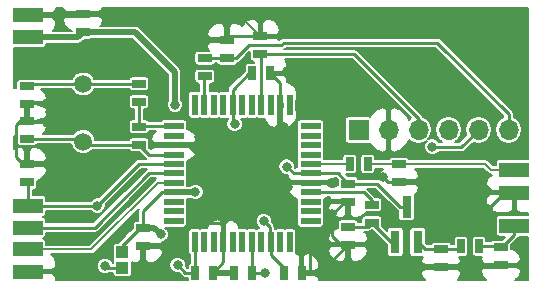
<source format=gbr>
G04 #@! TF.FileFunction,Copper,L1,Top,Signal*
%FSLAX46Y46*%
G04 Gerber Fmt 4.6, Leading zero omitted, Abs format (unit mm)*
G04 Created by KiCad (PCBNEW 4.0.7+dfsg1-1) date Sun Jan 21 17:37:17 2018*
%MOMM*%
%LPD*%
G01*
G04 APERTURE LIST*
%ADD10C,0.100000*%
%ADD11R,1.143000X0.635000*%
%ADD12R,0.635000X1.143000*%
%ADD13R,0.800000X1.900000*%
%ADD14C,1.500000*%
%ADD15R,2.500000X1.250000*%
%ADD16R,1.000000X1.000000*%
%ADD17R,0.550000X1.700000*%
%ADD18R,1.700000X0.550000*%
%ADD19R,1.700000X1.700000*%
%ADD20O,1.700000X1.700000*%
%ADD21C,0.800000*%
%ADD22C,0.500000*%
%ADD23C,0.250000*%
%ADD24C,0.200000*%
G04 APERTURE END LIST*
D10*
D11*
X18990000Y-15422000D03*
X18990000Y-13898000D03*
D12*
X36008000Y-35780000D03*
X37532000Y-35780000D03*
D11*
X24120000Y-32008000D03*
X24120000Y-33532000D03*
X41460000Y-28228000D03*
X41460000Y-29752000D03*
X14280000Y-24432000D03*
X14280000Y-22908000D03*
X14270000Y-19978000D03*
X14270000Y-21502000D03*
D12*
X33338000Y-18900000D03*
X34862000Y-18900000D03*
D11*
X54380000Y-33628000D03*
X54380000Y-35152000D03*
D13*
X45470000Y-33180000D03*
X47370000Y-33180000D03*
X46420000Y-30180000D03*
D12*
X28508000Y-35790000D03*
X30032000Y-35790000D03*
X33312000Y-35790000D03*
X31788000Y-35790000D03*
D11*
X34050000Y-17292000D03*
X34050000Y-15768000D03*
X29330000Y-19152000D03*
X29330000Y-17628000D03*
X31200000Y-17622000D03*
X31200000Y-16098000D03*
X14290000Y-28112000D03*
X14290000Y-26588000D03*
X23760000Y-24942000D03*
X23760000Y-23418000D03*
X23760000Y-21292000D03*
X23760000Y-19768000D03*
X43460000Y-30018000D03*
X43460000Y-31542000D03*
X41450000Y-31878000D03*
X41450000Y-33402000D03*
X49350000Y-33788000D03*
X49350000Y-35312000D03*
D12*
X52552000Y-33550000D03*
X51028000Y-33550000D03*
X43122000Y-26570000D03*
X41598000Y-26570000D03*
D11*
X45790000Y-26568000D03*
X45790000Y-28092000D03*
D14*
X19030000Y-24680000D03*
X19030000Y-19800000D03*
D15*
X14340000Y-15840000D03*
X55550000Y-31790000D03*
X55550000Y-27080000D03*
X55550000Y-29000000D03*
X14350000Y-30090000D03*
X14350000Y-33810000D03*
X14350000Y-31950000D03*
X14350000Y-35690000D03*
X14340000Y-14000000D03*
D16*
X22360000Y-34060000D03*
X22360000Y-35360000D03*
D17*
X28510000Y-33170000D03*
X29310000Y-33170000D03*
X30110000Y-33170000D03*
X30910000Y-33170000D03*
X31710000Y-33170000D03*
X32510000Y-33170000D03*
X33310000Y-33170000D03*
X34110000Y-33170000D03*
X34910000Y-33170000D03*
X35710000Y-33170000D03*
X36510000Y-33170000D03*
D18*
X38310000Y-31370000D03*
X38310000Y-30570000D03*
X38310000Y-29770000D03*
X38310000Y-28970000D03*
X38310000Y-28170000D03*
X38310000Y-27370000D03*
X38310000Y-26570000D03*
X38310000Y-25770000D03*
X38310000Y-24970000D03*
X38310000Y-24170000D03*
X38310000Y-23370000D03*
D17*
X36510000Y-21570000D03*
X35710000Y-21570000D03*
X34910000Y-21570000D03*
X34110000Y-21570000D03*
X33310000Y-21570000D03*
X32510000Y-21570000D03*
X31710000Y-21570000D03*
X30910000Y-21570000D03*
X30110000Y-21570000D03*
X29310000Y-21570000D03*
X28510000Y-21570000D03*
D18*
X26710000Y-23370000D03*
X26710000Y-24170000D03*
X26710000Y-24970000D03*
X26710000Y-25770000D03*
X26710000Y-26570000D03*
X26710000Y-27370000D03*
X26710000Y-28170000D03*
X26710000Y-28970000D03*
X26710000Y-29770000D03*
X26710000Y-30570000D03*
X26710000Y-31370000D03*
D19*
X42350000Y-23690000D03*
D20*
X44890000Y-23690000D03*
X47430000Y-23690000D03*
X49970000Y-23690000D03*
X52510000Y-23690000D03*
X55050000Y-23690000D03*
D21*
X25590000Y-32540000D03*
X28530000Y-28930000D03*
X26800000Y-21560000D03*
X31870000Y-23200000D03*
X36270000Y-26790000D03*
X34330000Y-31410000D03*
X43880000Y-35590000D03*
X45690000Y-35520000D03*
X47370000Y-35510000D03*
X54490000Y-25360000D03*
X52340000Y-25510000D03*
X50110000Y-30430000D03*
X51780000Y-30430000D03*
X53290000Y-30370000D03*
X19130000Y-28750000D03*
X36060000Y-24890000D03*
X36020000Y-23450000D03*
X34070000Y-23410000D03*
X33320000Y-26120000D03*
X34440000Y-27080000D03*
X36370000Y-28560000D03*
X36440000Y-30100000D03*
X28830000Y-24280000D03*
X30710000Y-25110000D03*
X31830000Y-27580000D03*
X30720000Y-29910000D03*
X29020000Y-15910000D03*
X23160000Y-17650000D03*
X17560000Y-34750000D03*
X19310000Y-34790000D03*
X19300000Y-32870000D03*
X17550000Y-32890000D03*
X19270000Y-31180000D03*
X17590000Y-31110000D03*
X17070000Y-14840000D03*
X14910000Y-17620000D03*
X15950000Y-18570000D03*
X16010000Y-21430000D03*
X16000000Y-23120000D03*
X16160000Y-26510000D03*
X36100000Y-15290000D03*
X36320000Y-18730000D03*
X44400000Y-27640000D03*
X39990000Y-28150000D03*
X40140000Y-30790000D03*
X34470000Y-35810000D03*
X48610000Y-25110000D03*
X27030000Y-35130000D03*
X20250000Y-30090000D03*
X20890000Y-35220000D03*
D22*
X24120000Y-32008000D02*
X25058000Y-32008000D01*
X25058000Y-32008000D02*
X25590000Y-32540000D01*
D23*
X43730000Y-28228000D02*
X43948000Y-28228000D01*
X45900000Y-30180000D02*
X46420000Y-30180000D01*
X43948000Y-28228000D02*
X45900000Y-30180000D01*
D22*
X26710000Y-28970000D02*
X28490000Y-28970000D01*
X28490000Y-28970000D02*
X28530000Y-28930000D01*
X18990000Y-15422000D02*
X23432000Y-15422000D01*
X23432000Y-15422000D02*
X26800000Y-18790000D01*
X26800000Y-18790000D02*
X26800000Y-21560000D01*
D23*
X31710000Y-23040000D02*
X31710000Y-21570000D01*
X31870000Y-23200000D02*
X31710000Y-23040000D01*
X43758000Y-28228000D02*
X43730000Y-28228000D01*
X43730000Y-28228000D02*
X41460000Y-28228000D01*
X34910000Y-33170000D02*
X34910000Y-34310000D01*
X34910000Y-34310000D02*
X36008000Y-35408000D01*
X36008000Y-35408000D02*
X36008000Y-35780000D01*
X38310000Y-27370000D02*
X36850000Y-27370000D01*
X36850000Y-27370000D02*
X36270000Y-26790000D01*
X34820000Y-31900000D02*
X34820000Y-33080000D01*
X34330000Y-31410000D02*
X34820000Y-31900000D01*
X34820000Y-33080000D02*
X34910000Y-33170000D01*
X24120000Y-32008000D02*
X23842000Y-32008000D01*
X23842000Y-32008000D02*
X22360000Y-33490000D01*
X22360000Y-33490000D02*
X22360000Y-34060000D01*
X24120000Y-32008000D02*
X23652000Y-32008000D01*
X26710000Y-28970000D02*
X25680000Y-28970000D01*
X24120000Y-30530000D02*
X24120000Y-32008000D01*
X25680000Y-28970000D02*
X24120000Y-30530000D01*
D22*
X14340000Y-15840000D02*
X18572000Y-15840000D01*
X18572000Y-15840000D02*
X18990000Y-15422000D01*
D23*
X38310000Y-27370000D02*
X40602000Y-27370000D01*
X40602000Y-27370000D02*
X41460000Y-28228000D01*
X31710000Y-21570000D02*
X31710000Y-20300000D01*
X31710000Y-20300000D02*
X33110000Y-18900000D01*
X33110000Y-18900000D02*
X33338000Y-18900000D01*
X49350000Y-35312000D02*
X47568000Y-35312000D01*
X45620000Y-35590000D02*
X43880000Y-35590000D01*
X45690000Y-35520000D02*
X45620000Y-35590000D01*
X47568000Y-35312000D02*
X47370000Y-35510000D01*
X55550000Y-29000000D02*
X54660000Y-29000000D01*
X54660000Y-29000000D02*
X53290000Y-30370000D01*
X52490000Y-25360000D02*
X54490000Y-25360000D01*
X52340000Y-25510000D02*
X52490000Y-25360000D01*
X51780000Y-30430000D02*
X50110000Y-30430000D01*
X49350000Y-35312000D02*
X54220000Y-35312000D01*
X54220000Y-35312000D02*
X54380000Y-35152000D01*
X35390000Y-30410000D02*
X36130000Y-30410000D01*
X36060000Y-23490000D02*
X36060000Y-24890000D01*
X36020000Y-23450000D02*
X36060000Y-23490000D01*
X34070000Y-25370000D02*
X34070000Y-23410000D01*
X33320000Y-26120000D02*
X34070000Y-25370000D01*
X34890000Y-27080000D02*
X34440000Y-27080000D01*
X36370000Y-28560000D02*
X34890000Y-27080000D01*
X36130000Y-30410000D02*
X36440000Y-30100000D01*
X32300000Y-30410000D02*
X31220000Y-30410000D01*
X30710000Y-26460000D02*
X30710000Y-25110000D01*
X31830000Y-27580000D02*
X30710000Y-26460000D01*
X31220000Y-30410000D02*
X30720000Y-29910000D01*
X14910000Y-17620000D02*
X23130000Y-17620000D01*
X29208000Y-16098000D02*
X31200000Y-16098000D01*
X29020000Y-15910000D02*
X29208000Y-16098000D01*
X23130000Y-17620000D02*
X23160000Y-17650000D01*
X19270000Y-34750000D02*
X17560000Y-34750000D01*
X19310000Y-34790000D02*
X19270000Y-34750000D01*
X17570000Y-32870000D02*
X19300000Y-32870000D01*
X17550000Y-32890000D02*
X17570000Y-32870000D01*
X17660000Y-31180000D02*
X19270000Y-31180000D01*
X17590000Y-31110000D02*
X17660000Y-31180000D01*
X14290000Y-26588000D02*
X16082000Y-26588000D01*
X17040000Y-14810000D02*
X17040000Y-14000000D01*
X17070000Y-14840000D02*
X17040000Y-14810000D01*
X15000000Y-17620000D02*
X14910000Y-17620000D01*
X15950000Y-18570000D02*
X15000000Y-17620000D01*
X16010000Y-23110000D02*
X16010000Y-21430000D01*
X16000000Y-23120000D02*
X16010000Y-23110000D01*
X16082000Y-26588000D02*
X16160000Y-26510000D01*
X14290000Y-26588000D02*
X13938000Y-26588000D01*
X13938000Y-26588000D02*
X13340000Y-25990000D01*
X13340000Y-25990000D02*
X13340000Y-23250000D01*
X13340000Y-23250000D02*
X13682000Y-22908000D01*
X13682000Y-22908000D02*
X14280000Y-22908000D01*
D24*
X34862000Y-18900000D02*
X36150000Y-18900000D01*
X35622000Y-15768000D02*
X34050000Y-15768000D01*
X36100000Y-15290000D02*
X35622000Y-15768000D01*
X36150000Y-18900000D02*
X36320000Y-18730000D01*
X18990000Y-13898000D02*
X32180000Y-13898000D01*
X32180000Y-13898000D02*
X34050000Y-15768000D01*
D23*
X26710000Y-24970000D02*
X27920000Y-24970000D01*
X29550000Y-30430000D02*
X28430000Y-31550000D01*
X29550000Y-26600000D02*
X29550000Y-30430000D01*
X27920000Y-24970000D02*
X29550000Y-26600000D01*
X41450000Y-33402000D02*
X40832000Y-33402000D01*
X40140000Y-32710000D02*
X40140000Y-30790000D01*
X40832000Y-33402000D02*
X40140000Y-32710000D01*
X45790000Y-28092000D02*
X44852000Y-28092000D01*
X44852000Y-28092000D02*
X44400000Y-27640000D01*
X38202000Y-35810000D02*
X37542000Y-35810000D01*
X37542000Y-35810000D02*
X37532000Y-35820000D01*
X31788000Y-35790000D02*
X30032000Y-35790000D01*
X32130000Y-30410000D02*
X30810000Y-31730000D01*
X35390000Y-30410000D02*
X32300000Y-30410000D01*
X32300000Y-30410000D02*
X32130000Y-30410000D01*
X38202000Y-33222000D02*
X35390000Y-30410000D01*
X38202000Y-35810000D02*
X38202000Y-33222000D01*
X30810000Y-31730000D02*
X30630000Y-31550000D01*
X30910000Y-33170000D02*
X30910000Y-31830000D01*
X30910000Y-31830000D02*
X30810000Y-31730000D01*
X30630000Y-31550000D02*
X28430000Y-31550000D01*
X28430000Y-31550000D02*
X28350000Y-31550000D01*
X14350000Y-35690000D02*
X19090000Y-35690000D01*
X24120000Y-35170000D02*
X24120000Y-33532000D01*
X23060000Y-36230000D02*
X24120000Y-35170000D01*
X19630000Y-36230000D02*
X23060000Y-36230000D01*
X19090000Y-35690000D02*
X19630000Y-36230000D01*
X24120000Y-33532000D02*
X26438000Y-33532000D01*
X26438000Y-33532000D02*
X28350000Y-31620000D01*
X28350000Y-31620000D02*
X28350000Y-31550000D01*
D22*
X14340000Y-14000000D02*
X17040000Y-14000000D01*
X17040000Y-14000000D02*
X18888000Y-14000000D01*
X18888000Y-14000000D02*
X18990000Y-13898000D01*
D23*
X14280000Y-22908000D02*
X14280000Y-21512000D01*
X14280000Y-21512000D02*
X14270000Y-21502000D01*
X34050000Y-15768000D02*
X31530000Y-15768000D01*
X31530000Y-15768000D02*
X31200000Y-16098000D01*
X38202000Y-35810000D02*
X39042000Y-35810000D01*
X39042000Y-35810000D02*
X41450000Y-33402000D01*
X38310000Y-28170000D02*
X39970000Y-28170000D01*
X39970000Y-28170000D02*
X39990000Y-28150000D01*
X40140000Y-30790000D02*
X41178000Y-29752000D01*
X41178000Y-29752000D02*
X41460000Y-29752000D01*
X55550000Y-29000000D02*
X53770000Y-29000000D01*
X52862000Y-28092000D02*
X45790000Y-28092000D01*
X53770000Y-29000000D02*
X52862000Y-28092000D01*
X30910000Y-33170000D02*
X30910000Y-34912000D01*
X30910000Y-34912000D02*
X30032000Y-35790000D01*
X35710000Y-21570000D02*
X35710000Y-19748000D01*
X35710000Y-19748000D02*
X34862000Y-18900000D01*
X14280000Y-24432000D02*
X18782000Y-24432000D01*
X18782000Y-24432000D02*
X19030000Y-24680000D01*
X23760000Y-24942000D02*
X19292000Y-24942000D01*
X19292000Y-24942000D02*
X19030000Y-24680000D01*
X26710000Y-25770000D02*
X24588000Y-25770000D01*
X24588000Y-25770000D02*
X23760000Y-24942000D01*
X19030000Y-19800000D02*
X23728000Y-19800000D01*
X23728000Y-19800000D02*
X23760000Y-19768000D01*
X19030000Y-19800000D02*
X14448000Y-19800000D01*
X14448000Y-19800000D02*
X14270000Y-19978000D01*
X54380000Y-33628000D02*
X54472000Y-33628000D01*
X54472000Y-33628000D02*
X55550000Y-32550000D01*
X55550000Y-32550000D02*
X55550000Y-31790000D01*
X52552000Y-33550000D02*
X54302000Y-33550000D01*
X54302000Y-33550000D02*
X54380000Y-33628000D01*
X55550000Y-31790000D02*
X55128000Y-31790000D01*
X47430000Y-23690000D02*
X47430000Y-22730000D01*
X41992000Y-17292000D02*
X34050000Y-17292000D01*
X47430000Y-22730000D02*
X41992000Y-17292000D01*
X34110000Y-21570000D02*
X34110000Y-17352000D01*
X34110000Y-17352000D02*
X34050000Y-17292000D01*
X33312000Y-35790000D02*
X34450000Y-35790000D01*
X34450000Y-35790000D02*
X34470000Y-35810000D01*
X33310000Y-33170000D02*
X33310000Y-35788000D01*
X33310000Y-35788000D02*
X33312000Y-35790000D01*
X28508000Y-35790000D02*
X27690000Y-35790000D01*
X51070000Y-25130000D02*
X52510000Y-23690000D01*
X48630000Y-25130000D02*
X51070000Y-25130000D01*
X48610000Y-25110000D02*
X48630000Y-25130000D01*
X27690000Y-35790000D02*
X27030000Y-35130000D01*
X28510000Y-33170000D02*
X28510000Y-35788000D01*
X28510000Y-35788000D02*
X28508000Y-35790000D01*
X31200000Y-17622000D02*
X31998000Y-17622000D01*
X55050000Y-22320000D02*
X55050000Y-23690000D01*
X49020000Y-16290000D02*
X55050000Y-22320000D01*
X36050000Y-16290000D02*
X49020000Y-16290000D01*
X35800000Y-16540000D02*
X36050000Y-16290000D01*
X33080000Y-16540000D02*
X35800000Y-16540000D01*
X31998000Y-17622000D02*
X33080000Y-16540000D01*
X29330000Y-17628000D02*
X31194000Y-17628000D01*
X31194000Y-17628000D02*
X31200000Y-17622000D01*
X26710000Y-27370000D02*
X24620000Y-27370000D01*
X20040000Y-31950000D02*
X14350000Y-31950000D01*
X24620000Y-27370000D02*
X20040000Y-31950000D01*
D24*
X26710000Y-28170000D02*
X25370000Y-28170000D01*
X25370000Y-28170000D02*
X19730000Y-33810000D01*
X19730000Y-33810000D02*
X14350000Y-33810000D01*
D23*
X26710000Y-26570000D02*
X23770000Y-26570000D01*
X23770000Y-26570000D02*
X20250000Y-30090000D01*
X22360000Y-35360000D02*
X21030000Y-35360000D01*
X20250000Y-30090000D02*
X14350000Y-30090000D01*
X21030000Y-35360000D02*
X20890000Y-35220000D01*
X14350000Y-30090000D02*
X14350000Y-28172000D01*
X14350000Y-28172000D02*
X14290000Y-28112000D01*
X49350000Y-33788000D02*
X50790000Y-33788000D01*
X50790000Y-33788000D02*
X51028000Y-33550000D01*
X49350000Y-33788000D02*
X47978000Y-33788000D01*
X47978000Y-33788000D02*
X47370000Y-33180000D01*
X29310000Y-21570000D02*
X29310000Y-19172000D01*
X29310000Y-19172000D02*
X29330000Y-19152000D01*
X38310000Y-28970000D02*
X42790000Y-28970000D01*
X43460000Y-29640000D02*
X43460000Y-30018000D01*
X42790000Y-28970000D02*
X43460000Y-29640000D01*
D24*
X38310000Y-26570000D02*
X41598000Y-26570000D01*
X45790000Y-26568000D02*
X53098000Y-26568000D01*
X53610000Y-27080000D02*
X55550000Y-27080000D01*
X53098000Y-26568000D02*
X53610000Y-27080000D01*
X43122000Y-26570000D02*
X45788000Y-26570000D01*
X45788000Y-26570000D02*
X45790000Y-26568000D01*
D23*
X23760000Y-21292000D02*
X23760000Y-23418000D01*
X26710000Y-23370000D02*
X23808000Y-23370000D01*
X23808000Y-23370000D02*
X23760000Y-23418000D01*
X45470000Y-33180000D02*
X45098000Y-33180000D01*
X45098000Y-33180000D02*
X43460000Y-31542000D01*
X41450000Y-31878000D02*
X43124000Y-31878000D01*
X43124000Y-31878000D02*
X43460000Y-31542000D01*
D24*
G36*
X17302500Y-13358514D02*
X17302500Y-13465000D01*
X17581500Y-13744000D01*
X18836000Y-13744000D01*
X18836000Y-13724000D01*
X19144000Y-13724000D01*
X19144000Y-13744000D01*
X20398500Y-13744000D01*
X20677500Y-13465000D01*
X20677500Y-13358514D01*
X20665689Y-13330000D01*
X56690000Y-13330000D01*
X56690000Y-26149123D01*
X54300000Y-26149123D01*
X54188827Y-26170042D01*
X54086721Y-26235745D01*
X54018222Y-26335997D01*
X53994123Y-26455000D01*
X53994123Y-26680000D01*
X53775685Y-26680000D01*
X53380843Y-26285157D01*
X53251074Y-26198448D01*
X53098000Y-26168000D01*
X46651853Y-26168000D01*
X46646458Y-26139327D01*
X46580755Y-26037221D01*
X46480503Y-25968722D01*
X46361500Y-25944623D01*
X45218500Y-25944623D01*
X45107327Y-25965542D01*
X45005221Y-26031245D01*
X44936722Y-26131497D01*
X44928925Y-26170000D01*
X43745377Y-26170000D01*
X43745377Y-25998500D01*
X43724458Y-25887327D01*
X43658755Y-25785221D01*
X43558503Y-25716722D01*
X43439500Y-25692623D01*
X42804500Y-25692623D01*
X42693327Y-25713542D01*
X42591221Y-25779245D01*
X42522722Y-25879497D01*
X42498623Y-25998500D01*
X42498623Y-27141500D01*
X42519542Y-27252673D01*
X42585245Y-27354779D01*
X42685497Y-27423278D01*
X42804500Y-27447377D01*
X43439500Y-27447377D01*
X43550673Y-27426458D01*
X43652779Y-27360755D01*
X43721278Y-27260503D01*
X43745377Y-27141500D01*
X43745377Y-26970000D01*
X44444738Y-26970000D01*
X44272401Y-27142337D01*
X44102500Y-27552514D01*
X44102500Y-27659000D01*
X44381498Y-27937998D01*
X44259038Y-27937998D01*
X44248520Y-27927480D01*
X44110641Y-27835351D01*
X44083657Y-27829984D01*
X43948000Y-27803000D01*
X42317149Y-27803000D01*
X42316458Y-27799327D01*
X42250755Y-27697221D01*
X42150503Y-27628722D01*
X42031500Y-27604623D01*
X41437664Y-27604623D01*
X41280396Y-27447356D01*
X41280500Y-27447377D01*
X41915500Y-27447377D01*
X42026673Y-27426458D01*
X42128779Y-27360755D01*
X42197278Y-27260503D01*
X42221377Y-27141500D01*
X42221377Y-25998500D01*
X42200458Y-25887327D01*
X42134755Y-25785221D01*
X42034503Y-25716722D01*
X41915500Y-25692623D01*
X41280500Y-25692623D01*
X41169327Y-25713542D01*
X41067221Y-25779245D01*
X40998722Y-25879497D01*
X40974623Y-25998500D01*
X40974623Y-26170000D01*
X39437680Y-26170000D01*
X39441778Y-26164003D01*
X39465877Y-26045000D01*
X39465877Y-25495000D01*
X39444958Y-25383827D01*
X39436846Y-25371221D01*
X39441778Y-25364003D01*
X39465877Y-25245000D01*
X39465877Y-24695000D01*
X39444958Y-24583827D01*
X39436846Y-24571221D01*
X39441778Y-24564003D01*
X39465877Y-24445000D01*
X39465877Y-23895000D01*
X39444958Y-23783827D01*
X39436846Y-23771221D01*
X39441778Y-23764003D01*
X39465877Y-23645000D01*
X39465877Y-23095000D01*
X39444958Y-22983827D01*
X39379255Y-22881721D01*
X39318195Y-22840000D01*
X41194123Y-22840000D01*
X41194123Y-24540000D01*
X41215042Y-24651173D01*
X41280745Y-24753279D01*
X41380997Y-24821778D01*
X41500000Y-24845877D01*
X43200000Y-24845877D01*
X43291599Y-24828641D01*
X43299317Y-24845388D01*
X43862548Y-25366167D01*
X44431291Y-25601738D01*
X44736000Y-25369956D01*
X44736000Y-23844000D01*
X44716000Y-23844000D01*
X44716000Y-23536000D01*
X44736000Y-23536000D01*
X44736000Y-22010044D01*
X44431291Y-21778262D01*
X43862548Y-22013833D01*
X43299317Y-22534612D01*
X43291045Y-22552560D01*
X43200000Y-22534123D01*
X41500000Y-22534123D01*
X41388827Y-22555042D01*
X41286721Y-22620745D01*
X41218222Y-22720997D01*
X41194123Y-22840000D01*
X39318195Y-22840000D01*
X39279003Y-22813222D01*
X39160000Y-22789123D01*
X37460000Y-22789123D01*
X37348827Y-22810042D01*
X37246721Y-22875745D01*
X37178222Y-22975997D01*
X37154123Y-23095000D01*
X37154123Y-23645000D01*
X37175042Y-23756173D01*
X37183154Y-23768779D01*
X37178222Y-23775997D01*
X37154123Y-23895000D01*
X37154123Y-24445000D01*
X37175042Y-24556173D01*
X37183154Y-24568779D01*
X37178222Y-24575997D01*
X37154123Y-24695000D01*
X37154123Y-25245000D01*
X37175042Y-25356173D01*
X37183154Y-25368779D01*
X37178222Y-25375997D01*
X37154123Y-25495000D01*
X37154123Y-26045000D01*
X37175042Y-26156173D01*
X37183154Y-26168779D01*
X37178222Y-26175997D01*
X37154123Y-26295000D01*
X37154123Y-26813749D01*
X36970746Y-26889706D01*
X36969914Y-26888874D01*
X36970121Y-26651372D01*
X36863777Y-26394000D01*
X36667036Y-26196915D01*
X36409850Y-26090122D01*
X36131372Y-26089879D01*
X35874000Y-26196223D01*
X35676915Y-26392964D01*
X35570122Y-26650150D01*
X35569879Y-26928628D01*
X35676223Y-27186000D01*
X35872964Y-27383085D01*
X36130150Y-27489878D01*
X36369046Y-27490086D01*
X36404914Y-27525954D01*
X36344000Y-27673014D01*
X36344000Y-27753500D01*
X36623000Y-28032500D01*
X38156000Y-28032500D01*
X38156000Y-27996000D01*
X38464000Y-27996000D01*
X38464000Y-28032500D01*
X39997000Y-28032500D01*
X40234500Y-27795000D01*
X40425960Y-27795000D01*
X40582623Y-27951663D01*
X40582623Y-28353249D01*
X40256337Y-28488401D01*
X40217119Y-28527619D01*
X39997000Y-28307500D01*
X38464000Y-28307500D01*
X38464000Y-28344000D01*
X38156000Y-28344000D01*
X38156000Y-28307500D01*
X36623000Y-28307500D01*
X36344000Y-28586500D01*
X36344000Y-28666986D01*
X36513901Y-29077163D01*
X36827837Y-29391099D01*
X37154123Y-29526251D01*
X37154123Y-30045000D01*
X37175042Y-30156173D01*
X37183154Y-30168779D01*
X37178222Y-30175997D01*
X37154123Y-30295000D01*
X37154123Y-30845000D01*
X37175042Y-30956173D01*
X37183154Y-30968779D01*
X37178222Y-30975997D01*
X37154123Y-31095000D01*
X37154123Y-31645000D01*
X37175042Y-31756173D01*
X37240745Y-31858279D01*
X37340997Y-31926778D01*
X37460000Y-31950877D01*
X39160000Y-31950877D01*
X39271173Y-31929958D01*
X39373279Y-31864255D01*
X39441778Y-31764003D01*
X39465877Y-31645000D01*
X39465877Y-31095000D01*
X39444958Y-30983827D01*
X39436846Y-30971221D01*
X39441778Y-30964003D01*
X39465877Y-30845000D01*
X39465877Y-30295000D01*
X39445179Y-30185000D01*
X39772500Y-30185000D01*
X39772500Y-30291486D01*
X39942401Y-30701663D01*
X40256337Y-31015599D01*
X40666514Y-31185500D01*
X41027000Y-31185500D01*
X41306000Y-30906500D01*
X41306000Y-29906000D01*
X40051500Y-29906000D01*
X39772500Y-30185000D01*
X39445179Y-30185000D01*
X39444958Y-30183827D01*
X39436846Y-30171221D01*
X39441778Y-30164003D01*
X39465877Y-30045000D01*
X39465877Y-29526251D01*
X39782745Y-29395000D01*
X39848500Y-29395000D01*
X40051500Y-29598000D01*
X41306000Y-29598000D01*
X41306000Y-29578000D01*
X41614000Y-29578000D01*
X41614000Y-29598000D01*
X41634000Y-29598000D01*
X41634000Y-29906000D01*
X41614000Y-29906000D01*
X41614000Y-30906500D01*
X41893000Y-31185500D01*
X42253486Y-31185500D01*
X42663663Y-31015599D01*
X42977599Y-30701663D01*
X43002570Y-30641377D01*
X44031500Y-30641377D01*
X44142673Y-30620458D01*
X44244779Y-30554755D01*
X44313278Y-30454503D01*
X44337377Y-30335500D01*
X44337377Y-29700500D01*
X44316458Y-29589327D01*
X44250755Y-29487221D01*
X44150503Y-29418722D01*
X44031500Y-29394623D01*
X43797366Y-29394623D01*
X43760520Y-29339480D01*
X43090520Y-28669480D01*
X43065856Y-28653000D01*
X43771960Y-28653000D01*
X45599480Y-30480520D01*
X45714123Y-30557123D01*
X45714123Y-31130000D01*
X45735042Y-31241173D01*
X45800745Y-31343279D01*
X45900997Y-31411778D01*
X46020000Y-31435877D01*
X46820000Y-31435877D01*
X46931173Y-31414958D01*
X47033279Y-31349255D01*
X47101778Y-31249003D01*
X47125877Y-31130000D01*
X47125877Y-29433000D01*
X53184000Y-29433000D01*
X53184000Y-29846986D01*
X53353901Y-30257163D01*
X53667837Y-30571099D01*
X54078014Y-30741000D01*
X55117000Y-30741000D01*
X55396000Y-30462000D01*
X55396000Y-29154000D01*
X53463000Y-29154000D01*
X53184000Y-29433000D01*
X47125877Y-29433000D01*
X47125877Y-29230000D01*
X47124829Y-29224433D01*
X47307599Y-29041663D01*
X47477500Y-28631486D01*
X47477500Y-28525000D01*
X47198500Y-28246000D01*
X45944000Y-28246000D01*
X45944000Y-28266000D01*
X45636000Y-28266000D01*
X45636000Y-28246000D01*
X45616000Y-28246000D01*
X45616000Y-27938000D01*
X45636000Y-27938000D01*
X45636000Y-27918000D01*
X45944000Y-27918000D01*
X45944000Y-27938000D01*
X47198500Y-27938000D01*
X47477500Y-27659000D01*
X47477500Y-27552514D01*
X47307599Y-27142337D01*
X47133262Y-26968000D01*
X52932314Y-26968000D01*
X53327155Y-27362840D01*
X53327157Y-27362843D01*
X53456927Y-27449552D01*
X53610000Y-27480000D01*
X53616738Y-27480000D01*
X53353901Y-27742837D01*
X53184000Y-28153014D01*
X53184000Y-28567000D01*
X53463000Y-28846000D01*
X55396000Y-28846000D01*
X55396000Y-28826000D01*
X55704000Y-28826000D01*
X55704000Y-28846000D01*
X55724000Y-28846000D01*
X55724000Y-29154000D01*
X55704000Y-29154000D01*
X55704000Y-30462000D01*
X55983000Y-30741000D01*
X56690000Y-30741000D01*
X56690000Y-30859123D01*
X54300000Y-30859123D01*
X54188827Y-30880042D01*
X54086721Y-30945745D01*
X54018222Y-31045997D01*
X53994123Y-31165000D01*
X53994123Y-32415000D01*
X54015042Y-32526173D01*
X54080745Y-32628279D01*
X54180997Y-32696778D01*
X54300000Y-32720877D01*
X54778082Y-32720877D01*
X54494337Y-33004623D01*
X53808500Y-33004623D01*
X53697327Y-33025542D01*
X53595221Y-33091245D01*
X53572157Y-33125000D01*
X53175377Y-33125000D01*
X53175377Y-32978500D01*
X53154458Y-32867327D01*
X53088755Y-32765221D01*
X52988503Y-32696722D01*
X52869500Y-32672623D01*
X52234500Y-32672623D01*
X52123327Y-32693542D01*
X52021221Y-32759245D01*
X51952722Y-32859497D01*
X51928623Y-32978500D01*
X51928623Y-34121500D01*
X51949542Y-34232673D01*
X52015245Y-34334779D01*
X52115497Y-34403278D01*
X52234500Y-34427377D01*
X52769186Y-34427377D01*
X52692500Y-34612514D01*
X52692500Y-34719000D01*
X52971500Y-34998000D01*
X54226000Y-34998000D01*
X54226000Y-34978000D01*
X54534000Y-34978000D01*
X54534000Y-34998000D01*
X55788500Y-34998000D01*
X56067500Y-34719000D01*
X56067500Y-34612514D01*
X55897599Y-34202337D01*
X55583663Y-33888401D01*
X55257377Y-33753249D01*
X55257377Y-33443663D01*
X55850520Y-32850521D01*
X55937145Y-32720877D01*
X56690000Y-32720877D01*
X56690000Y-36390000D01*
X55609262Y-36390000D01*
X55897599Y-36101663D01*
X56067500Y-35691486D01*
X56067500Y-35585000D01*
X55788500Y-35306000D01*
X54534000Y-35306000D01*
X54534000Y-35326000D01*
X54226000Y-35326000D01*
X54226000Y-35306000D01*
X52971500Y-35306000D01*
X52692500Y-35585000D01*
X52692500Y-35691486D01*
X52862401Y-36101663D01*
X53150738Y-36390000D01*
X50739262Y-36390000D01*
X50867599Y-36261663D01*
X51037500Y-35851486D01*
X51037500Y-35745000D01*
X50758500Y-35466000D01*
X49504000Y-35466000D01*
X49504000Y-35486000D01*
X49196000Y-35486000D01*
X49196000Y-35466000D01*
X47941500Y-35466000D01*
X47662500Y-35745000D01*
X47662500Y-35851486D01*
X47832401Y-36261663D01*
X47960738Y-36390000D01*
X38965500Y-36390000D01*
X38965500Y-36213000D01*
X38686500Y-35934000D01*
X37686000Y-35934000D01*
X37686000Y-35954000D01*
X37378000Y-35954000D01*
X37378000Y-35934000D01*
X37358000Y-35934000D01*
X37358000Y-35626000D01*
X37378000Y-35626000D01*
X37378000Y-34371500D01*
X37686000Y-34371500D01*
X37686000Y-35626000D01*
X38686500Y-35626000D01*
X38965500Y-35347000D01*
X38965500Y-34986514D01*
X38795599Y-34576337D01*
X38481663Y-34262401D01*
X38071486Y-34092500D01*
X37965000Y-34092500D01*
X37686000Y-34371500D01*
X37378000Y-34371500D01*
X37099000Y-34092500D01*
X37076195Y-34092500D01*
X37090877Y-34020000D01*
X37090877Y-33835000D01*
X39762500Y-33835000D01*
X39762500Y-33941486D01*
X39932401Y-34351663D01*
X40246337Y-34665599D01*
X40656514Y-34835500D01*
X41017000Y-34835500D01*
X41296000Y-34556500D01*
X41296000Y-33556000D01*
X41604000Y-33556000D01*
X41604000Y-34556500D01*
X41883000Y-34835500D01*
X42243486Y-34835500D01*
X42653663Y-34665599D01*
X42967599Y-34351663D01*
X43137500Y-33941486D01*
X43137500Y-33835000D01*
X42858500Y-33556000D01*
X41604000Y-33556000D01*
X41296000Y-33556000D01*
X40041500Y-33556000D01*
X39762500Y-33835000D01*
X37090877Y-33835000D01*
X37090877Y-32862514D01*
X39762500Y-32862514D01*
X39762500Y-32969000D01*
X40041500Y-33248000D01*
X41296000Y-33248000D01*
X41296000Y-33228000D01*
X41604000Y-33228000D01*
X41604000Y-33248000D01*
X42858500Y-33248000D01*
X43137500Y-32969000D01*
X43137500Y-32862514D01*
X42967599Y-32452337D01*
X42818262Y-32303000D01*
X43124000Y-32303000D01*
X43259657Y-32276016D01*
X43286641Y-32270649D01*
X43424520Y-32178520D01*
X43437663Y-32165377D01*
X43482337Y-32165377D01*
X44764123Y-33447164D01*
X44764123Y-34130000D01*
X44785042Y-34241173D01*
X44850745Y-34343279D01*
X44950997Y-34411778D01*
X45070000Y-34435877D01*
X45870000Y-34435877D01*
X45981173Y-34414958D01*
X46083279Y-34349255D01*
X46151778Y-34249003D01*
X46175877Y-34130000D01*
X46175877Y-32230000D01*
X46664123Y-32230000D01*
X46664123Y-34130000D01*
X46685042Y-34241173D01*
X46750745Y-34343279D01*
X46850997Y-34411778D01*
X46970000Y-34435877D01*
X47770000Y-34435877D01*
X47804640Y-34429359D01*
X47662500Y-34772514D01*
X47662500Y-34879000D01*
X47941500Y-35158000D01*
X49196000Y-35158000D01*
X49196000Y-35138000D01*
X49504000Y-35138000D01*
X49504000Y-35158000D01*
X50758500Y-35158000D01*
X51037500Y-34879000D01*
X51037500Y-34772514D01*
X50894539Y-34427377D01*
X51345500Y-34427377D01*
X51456673Y-34406458D01*
X51558779Y-34340755D01*
X51627278Y-34240503D01*
X51651377Y-34121500D01*
X51651377Y-32978500D01*
X51630458Y-32867327D01*
X51564755Y-32765221D01*
X51464503Y-32696722D01*
X51345500Y-32672623D01*
X50710500Y-32672623D01*
X50599327Y-32693542D01*
X50497221Y-32759245D01*
X50428722Y-32859497D01*
X50404623Y-32978500D01*
X50404623Y-33363000D01*
X50207149Y-33363000D01*
X50206458Y-33359327D01*
X50140755Y-33257221D01*
X50040503Y-33188722D01*
X49921500Y-33164623D01*
X48778500Y-33164623D01*
X48667327Y-33185542D01*
X48565221Y-33251245D01*
X48496722Y-33351497D01*
X48494393Y-33363000D01*
X48154040Y-33363000D01*
X48075877Y-33284837D01*
X48075877Y-32230000D01*
X48054958Y-32118827D01*
X47989255Y-32016721D01*
X47889003Y-31948222D01*
X47770000Y-31924123D01*
X46970000Y-31924123D01*
X46858827Y-31945042D01*
X46756721Y-32010745D01*
X46688222Y-32110997D01*
X46664123Y-32230000D01*
X46175877Y-32230000D01*
X46154958Y-32118827D01*
X46089255Y-32016721D01*
X45989003Y-31948222D01*
X45870000Y-31924123D01*
X45070000Y-31924123D01*
X44958827Y-31945042D01*
X44856721Y-32010745D01*
X44788222Y-32110997D01*
X44764123Y-32230000D01*
X44764123Y-32245082D01*
X44337377Y-31818337D01*
X44337377Y-31224500D01*
X44316458Y-31113327D01*
X44250755Y-31011221D01*
X44150503Y-30942722D01*
X44031500Y-30918623D01*
X42888500Y-30918623D01*
X42777327Y-30939542D01*
X42675221Y-31005245D01*
X42606722Y-31105497D01*
X42582623Y-31224500D01*
X42582623Y-31453000D01*
X42307149Y-31453000D01*
X42306458Y-31449327D01*
X42240755Y-31347221D01*
X42140503Y-31278722D01*
X42021500Y-31254623D01*
X40878500Y-31254623D01*
X40767327Y-31275542D01*
X40665221Y-31341245D01*
X40596722Y-31441497D01*
X40572623Y-31560500D01*
X40572623Y-32003249D01*
X40246337Y-32138401D01*
X39932401Y-32452337D01*
X39762500Y-32862514D01*
X37090877Y-32862514D01*
X37090877Y-32320000D01*
X37069958Y-32208827D01*
X37004255Y-32106721D01*
X36904003Y-32038222D01*
X36785000Y-32014123D01*
X36235000Y-32014123D01*
X36123827Y-32035042D01*
X36111221Y-32043154D01*
X36104003Y-32038222D01*
X35985000Y-32014123D01*
X35435000Y-32014123D01*
X35323827Y-32035042D01*
X35311221Y-32043154D01*
X35304003Y-32038222D01*
X35245000Y-32026273D01*
X35245000Y-31900000D01*
X35236701Y-31858279D01*
X35212649Y-31737359D01*
X35120521Y-31599480D01*
X35029914Y-31508873D01*
X35030121Y-31271372D01*
X34923777Y-31014000D01*
X34727036Y-30816915D01*
X34469850Y-30710122D01*
X34191372Y-30709879D01*
X33934000Y-30816223D01*
X33736915Y-31012964D01*
X33630122Y-31270150D01*
X33629879Y-31548628D01*
X33736223Y-31806000D01*
X33932964Y-32003085D01*
X33959546Y-32014123D01*
X33835000Y-32014123D01*
X33723827Y-32035042D01*
X33711221Y-32043154D01*
X33704003Y-32038222D01*
X33585000Y-32014123D01*
X33035000Y-32014123D01*
X32923827Y-32035042D01*
X32911221Y-32043154D01*
X32904003Y-32038222D01*
X32785000Y-32014123D01*
X32266251Y-32014123D01*
X32131099Y-31687837D01*
X31817163Y-31373901D01*
X31406986Y-31204000D01*
X31326500Y-31204000D01*
X31047500Y-31483000D01*
X31047500Y-33016000D01*
X31084000Y-33016000D01*
X31084000Y-33324000D01*
X31047500Y-33324000D01*
X31047500Y-33344000D01*
X30772500Y-33344000D01*
X30772500Y-33324000D01*
X30736000Y-33324000D01*
X30736000Y-33016000D01*
X30772500Y-33016000D01*
X30772500Y-31483000D01*
X30493500Y-31204000D01*
X30413014Y-31204000D01*
X30002837Y-31373901D01*
X29688901Y-31687837D01*
X29553749Y-32014123D01*
X29035000Y-32014123D01*
X28923827Y-32035042D01*
X28911221Y-32043154D01*
X28904003Y-32038222D01*
X28785000Y-32014123D01*
X28235000Y-32014123D01*
X28123827Y-32035042D01*
X28021721Y-32100745D01*
X27953222Y-32200997D01*
X27929123Y-32320000D01*
X27929123Y-34020000D01*
X27950042Y-34131173D01*
X28015745Y-34233279D01*
X28085000Y-34280599D01*
X28085000Y-34932475D01*
X28079327Y-34933542D01*
X27977221Y-34999245D01*
X27908722Y-35099497D01*
X27884623Y-35218500D01*
X27884623Y-35365000D01*
X27866040Y-35365000D01*
X27729914Y-35228874D01*
X27730121Y-34991372D01*
X27623777Y-34734000D01*
X27427036Y-34536915D01*
X27169850Y-34430122D01*
X26891372Y-34429879D01*
X26634000Y-34536223D01*
X26436915Y-34732964D01*
X26330122Y-34990150D01*
X26329879Y-35268628D01*
X26436223Y-35526000D01*
X26632964Y-35723085D01*
X26890150Y-35829878D01*
X27129046Y-35830086D01*
X27389480Y-36090520D01*
X27527359Y-36182649D01*
X27554343Y-36188016D01*
X27690000Y-36215000D01*
X27884623Y-36215000D01*
X27884623Y-36361500D01*
X27889986Y-36390000D01*
X16716000Y-36390000D01*
X16716000Y-36123000D01*
X16437000Y-35844000D01*
X14504000Y-35844000D01*
X14504000Y-35864000D01*
X14196000Y-35864000D01*
X14196000Y-35844000D01*
X14176000Y-35844000D01*
X14176000Y-35536000D01*
X14196000Y-35536000D01*
X14196000Y-35516000D01*
X14504000Y-35516000D01*
X14504000Y-35536000D01*
X16437000Y-35536000D01*
X16716000Y-35257000D01*
X16716000Y-34843014D01*
X16546099Y-34432837D01*
X16323262Y-34210000D01*
X19730000Y-34210000D01*
X19883074Y-34179552D01*
X20012843Y-34092843D01*
X23724626Y-30381059D01*
X23695000Y-30530000D01*
X23695000Y-31384623D01*
X23548500Y-31384623D01*
X23437327Y-31405542D01*
X23335221Y-31471245D01*
X23266722Y-31571497D01*
X23242623Y-31690500D01*
X23242623Y-31929458D01*
X23227000Y-32008000D01*
X23229316Y-32019643D01*
X23025970Y-32222990D01*
X22916337Y-32268401D01*
X22602401Y-32582337D01*
X22556989Y-32691970D01*
X22059480Y-33189480D01*
X22016286Y-33254123D01*
X21860000Y-33254123D01*
X21748827Y-33275042D01*
X21646721Y-33340745D01*
X21578222Y-33440997D01*
X21554123Y-33560000D01*
X21554123Y-34560000D01*
X21575042Y-34671173D01*
X21599723Y-34709529D01*
X21578222Y-34740997D01*
X21554123Y-34860000D01*
X21554123Y-34935000D01*
X21529641Y-34935000D01*
X21483777Y-34824000D01*
X21287036Y-34626915D01*
X21029850Y-34520122D01*
X20751372Y-34519879D01*
X20494000Y-34626223D01*
X20296915Y-34822964D01*
X20190122Y-35080150D01*
X20189879Y-35358628D01*
X20296223Y-35616000D01*
X20492964Y-35813085D01*
X20750150Y-35919878D01*
X21028628Y-35920121D01*
X21286000Y-35813777D01*
X21314827Y-35785000D01*
X21554123Y-35785000D01*
X21554123Y-35860000D01*
X21575042Y-35971173D01*
X21640745Y-36073279D01*
X21740997Y-36141778D01*
X21860000Y-36165877D01*
X22860000Y-36165877D01*
X22971173Y-36144958D01*
X23073279Y-36079255D01*
X23141778Y-35979003D01*
X23165877Y-35860000D01*
X23165877Y-34898962D01*
X23326514Y-34965500D01*
X23687000Y-34965500D01*
X23966000Y-34686500D01*
X23966000Y-33686000D01*
X24274000Y-33686000D01*
X24274000Y-34686500D01*
X24553000Y-34965500D01*
X24913486Y-34965500D01*
X25323663Y-34795599D01*
X25637599Y-34481663D01*
X25807500Y-34071486D01*
X25807500Y-33965000D01*
X25528500Y-33686000D01*
X24274000Y-33686000D01*
X23966000Y-33686000D01*
X23946000Y-33686000D01*
X23946000Y-33378000D01*
X23966000Y-33378000D01*
X23966000Y-33358000D01*
X24274000Y-33358000D01*
X24274000Y-33378000D01*
X25528500Y-33378000D01*
X25666433Y-33240067D01*
X25728628Y-33240121D01*
X25986000Y-33133777D01*
X26183085Y-32937036D01*
X26289878Y-32679850D01*
X26290121Y-32401372D01*
X26183777Y-32144000D01*
X25990991Y-31950877D01*
X27560000Y-31950877D01*
X27671173Y-31929958D01*
X27773279Y-31864255D01*
X27841778Y-31764003D01*
X27865877Y-31645000D01*
X27865877Y-31095000D01*
X27844958Y-30983827D01*
X27836846Y-30971221D01*
X27841778Y-30964003D01*
X27865877Y-30845000D01*
X27865877Y-30295000D01*
X27844958Y-30183827D01*
X27836846Y-30171221D01*
X27841778Y-30164003D01*
X27865877Y-30045000D01*
X27865877Y-29520000D01*
X28129884Y-29520000D01*
X28132964Y-29523085D01*
X28390150Y-29629878D01*
X28668628Y-29630121D01*
X28926000Y-29523777D01*
X29123085Y-29327036D01*
X29229878Y-29069850D01*
X29230121Y-28791372D01*
X29123777Y-28534000D01*
X28927036Y-28336915D01*
X28669850Y-28230122D01*
X28391372Y-28229879D01*
X28134000Y-28336223D01*
X28050077Y-28420000D01*
X27865877Y-28420000D01*
X27865877Y-27895000D01*
X27844958Y-27783827D01*
X27836846Y-27771221D01*
X27841778Y-27764003D01*
X27865877Y-27645000D01*
X27865877Y-27095000D01*
X27844958Y-26983827D01*
X27836846Y-26971221D01*
X27841778Y-26964003D01*
X27865877Y-26845000D01*
X27865877Y-26326251D01*
X28192163Y-26191099D01*
X28506099Y-25877163D01*
X28676000Y-25466986D01*
X28676000Y-25386500D01*
X28397000Y-25107500D01*
X26864000Y-25107500D01*
X26864000Y-25144000D01*
X26556000Y-25144000D01*
X26556000Y-25107500D01*
X25023000Y-25107500D01*
X24785500Y-25345000D01*
X24764041Y-25345000D01*
X24637377Y-25218336D01*
X24637377Y-24624500D01*
X24616458Y-24513327D01*
X24550755Y-24411221D01*
X24450503Y-24342722D01*
X24331500Y-24318623D01*
X23188500Y-24318623D01*
X23077327Y-24339542D01*
X22975221Y-24405245D01*
X22906722Y-24505497D01*
X22904393Y-24517000D01*
X20080143Y-24517000D01*
X20080182Y-24472058D01*
X19920666Y-24086000D01*
X19625554Y-23790372D01*
X19239774Y-23630182D01*
X18822058Y-23629818D01*
X18436000Y-23789334D01*
X18217953Y-24007000D01*
X15648262Y-24007000D01*
X15797599Y-23857663D01*
X15967500Y-23447486D01*
X15967500Y-23341000D01*
X15688500Y-23062000D01*
X14434000Y-23062000D01*
X14434000Y-23082000D01*
X14126000Y-23082000D01*
X14126000Y-23062000D01*
X14106000Y-23062000D01*
X14106000Y-22754000D01*
X14126000Y-22754000D01*
X14126000Y-21753500D01*
X14116000Y-21743500D01*
X14116000Y-21656000D01*
X14424000Y-21656000D01*
X14424000Y-22656500D01*
X14434000Y-22666500D01*
X14434000Y-22754000D01*
X14521500Y-22754000D01*
X14703000Y-22935500D01*
X15063486Y-22935500D01*
X15473663Y-22765599D01*
X15485262Y-22754000D01*
X15688500Y-22754000D01*
X15967500Y-22475000D01*
X15967500Y-22368514D01*
X15894770Y-22192929D01*
X15957500Y-22041486D01*
X15957500Y-21935000D01*
X15678500Y-21656000D01*
X15495262Y-21656000D01*
X15483663Y-21644401D01*
X15073486Y-21474500D01*
X14713000Y-21474500D01*
X14531500Y-21656000D01*
X14424000Y-21656000D01*
X14116000Y-21656000D01*
X14096000Y-21656000D01*
X14096000Y-21348000D01*
X14116000Y-21348000D01*
X14116000Y-21328000D01*
X14424000Y-21328000D01*
X14424000Y-21348000D01*
X15678500Y-21348000D01*
X15957500Y-21069000D01*
X15957500Y-20974500D01*
X22882623Y-20974500D01*
X22882623Y-21609500D01*
X22903542Y-21720673D01*
X22969245Y-21822779D01*
X23069497Y-21891278D01*
X23188500Y-21915377D01*
X23335000Y-21915377D01*
X23335000Y-22794623D01*
X23188500Y-22794623D01*
X23077327Y-22815542D01*
X22975221Y-22881245D01*
X22906722Y-22981497D01*
X22882623Y-23100500D01*
X22882623Y-23735500D01*
X22903542Y-23846673D01*
X22969245Y-23948779D01*
X23069497Y-24017278D01*
X23188500Y-24041377D01*
X24331500Y-24041377D01*
X24442673Y-24020458D01*
X24544779Y-23954755D01*
X24613278Y-23854503D01*
X24625328Y-23795000D01*
X25181738Y-23795000D01*
X24913901Y-24062837D01*
X24744000Y-24473014D01*
X24744000Y-24553500D01*
X25023000Y-24832500D01*
X26556000Y-24832500D01*
X26556000Y-24796000D01*
X26864000Y-24796000D01*
X26864000Y-24832500D01*
X28397000Y-24832500D01*
X28676000Y-24553500D01*
X28676000Y-24473014D01*
X28506099Y-24062837D01*
X28192163Y-23748901D01*
X27865877Y-23613749D01*
X27865877Y-23095000D01*
X27844958Y-22983827D01*
X27779255Y-22881721D01*
X27679003Y-22813222D01*
X27560000Y-22789123D01*
X25860000Y-22789123D01*
X25748827Y-22810042D01*
X25646721Y-22875745D01*
X25599401Y-22945000D01*
X24587935Y-22945000D01*
X24550755Y-22887221D01*
X24450503Y-22818722D01*
X24331500Y-22794623D01*
X24185000Y-22794623D01*
X24185000Y-21915377D01*
X24331500Y-21915377D01*
X24442673Y-21894458D01*
X24544779Y-21828755D01*
X24613278Y-21728503D01*
X24637377Y-21609500D01*
X24637377Y-20974500D01*
X24616458Y-20863327D01*
X24550755Y-20761221D01*
X24450503Y-20692722D01*
X24331500Y-20668623D01*
X23188500Y-20668623D01*
X23077327Y-20689542D01*
X22975221Y-20755245D01*
X22906722Y-20855497D01*
X22882623Y-20974500D01*
X15957500Y-20974500D01*
X15957500Y-20962514D01*
X15787599Y-20552337D01*
X15473663Y-20238401D01*
X15441310Y-20225000D01*
X18069505Y-20225000D01*
X18139334Y-20394000D01*
X18434446Y-20689628D01*
X18820226Y-20849818D01*
X19237942Y-20850182D01*
X19624000Y-20690666D01*
X19919628Y-20395554D01*
X19990448Y-20225000D01*
X22921770Y-20225000D01*
X22969245Y-20298779D01*
X23069497Y-20367278D01*
X23188500Y-20391377D01*
X24331500Y-20391377D01*
X24442673Y-20370458D01*
X24544779Y-20304755D01*
X24613278Y-20204503D01*
X24637377Y-20085500D01*
X24637377Y-19450500D01*
X24616458Y-19339327D01*
X24550755Y-19237221D01*
X24450503Y-19168722D01*
X24331500Y-19144623D01*
X23188500Y-19144623D01*
X23077327Y-19165542D01*
X22975221Y-19231245D01*
X22906722Y-19331497D01*
X22897912Y-19375000D01*
X19990495Y-19375000D01*
X19920666Y-19206000D01*
X19625554Y-18910372D01*
X19239774Y-18750182D01*
X18822058Y-18749818D01*
X18436000Y-18909334D01*
X18140372Y-19204446D01*
X18069552Y-19375000D01*
X14942123Y-19375000D01*
X14841500Y-19354623D01*
X13698500Y-19354623D01*
X13587327Y-19375542D01*
X13485221Y-19441245D01*
X13416722Y-19541497D01*
X13392623Y-19660500D01*
X13392623Y-20103249D01*
X13210000Y-20178894D01*
X13210000Y-16770877D01*
X15590000Y-16770877D01*
X15701173Y-16749958D01*
X15803279Y-16684255D01*
X15871778Y-16584003D01*
X15895877Y-16465000D01*
X15895877Y-16390000D01*
X18572000Y-16390000D01*
X18782476Y-16348134D01*
X18960909Y-16228909D01*
X19144441Y-16045377D01*
X19561500Y-16045377D01*
X19672673Y-16024458D01*
X19754196Y-15972000D01*
X23204182Y-15972000D01*
X26250000Y-19017818D01*
X26250000Y-21119954D01*
X26206915Y-21162964D01*
X26100122Y-21420150D01*
X26099879Y-21698628D01*
X26206223Y-21956000D01*
X26402964Y-22153085D01*
X26660150Y-22259878D01*
X26938628Y-22260121D01*
X27196000Y-22153777D01*
X27393085Y-21957036D01*
X27499878Y-21699850D01*
X27500121Y-21421372D01*
X27393777Y-21164000D01*
X27350000Y-21120146D01*
X27350000Y-20720000D01*
X27929123Y-20720000D01*
X27929123Y-22420000D01*
X27950042Y-22531173D01*
X28015745Y-22633279D01*
X28115997Y-22701778D01*
X28235000Y-22725877D01*
X28785000Y-22725877D01*
X28896173Y-22704958D01*
X28908779Y-22696846D01*
X28915997Y-22701778D01*
X29035000Y-22725877D01*
X29585000Y-22725877D01*
X29696173Y-22704958D01*
X29708779Y-22696846D01*
X29715997Y-22701778D01*
X29835000Y-22725877D01*
X30385000Y-22725877D01*
X30496173Y-22704958D01*
X30508779Y-22696846D01*
X30515997Y-22701778D01*
X30635000Y-22725877D01*
X31185000Y-22725877D01*
X31285000Y-22707060D01*
X31285000Y-22794893D01*
X31276915Y-22802964D01*
X31170122Y-23060150D01*
X31169879Y-23338628D01*
X31276223Y-23596000D01*
X31472964Y-23793085D01*
X31730150Y-23899878D01*
X32008628Y-23900121D01*
X32266000Y-23793777D01*
X32463085Y-23597036D01*
X32569878Y-23339850D01*
X32570121Y-23061372D01*
X32463777Y-22804000D01*
X32385790Y-22725877D01*
X32785000Y-22725877D01*
X32896173Y-22704958D01*
X32908779Y-22696846D01*
X32915997Y-22701778D01*
X33035000Y-22725877D01*
X33585000Y-22725877D01*
X33696173Y-22704958D01*
X33708779Y-22696846D01*
X33715997Y-22701778D01*
X33835000Y-22725877D01*
X34353749Y-22725877D01*
X34488901Y-23052163D01*
X34802837Y-23366099D01*
X35213014Y-23536000D01*
X35293500Y-23536000D01*
X35572500Y-23257000D01*
X35572500Y-21724000D01*
X35536000Y-21724000D01*
X35536000Y-21416000D01*
X35572500Y-21416000D01*
X35572500Y-21396000D01*
X35847500Y-21396000D01*
X35847500Y-21416000D01*
X35929123Y-21416000D01*
X35929123Y-21724000D01*
X35847500Y-21724000D01*
X35847500Y-23257000D01*
X36126500Y-23536000D01*
X36206986Y-23536000D01*
X36617163Y-23366099D01*
X36931099Y-23052163D01*
X37101000Y-22641986D01*
X37101000Y-22003000D01*
X37090877Y-21992877D01*
X37090877Y-21147123D01*
X37101000Y-21137000D01*
X37101000Y-20498014D01*
X36931099Y-20087837D01*
X36617163Y-19773901D01*
X36295500Y-19640664D01*
X36295500Y-19333000D01*
X36016500Y-19054000D01*
X35016000Y-19054000D01*
X35016000Y-19074000D01*
X34708000Y-19074000D01*
X34708000Y-19054000D01*
X34688000Y-19054000D01*
X34688000Y-18746000D01*
X34708000Y-18746000D01*
X34708000Y-18726000D01*
X35016000Y-18726000D01*
X35016000Y-18746000D01*
X36016500Y-18746000D01*
X36295500Y-18467000D01*
X36295500Y-18106514D01*
X36134158Y-17717000D01*
X41815960Y-17717000D01*
X46818502Y-22719543D01*
X46625377Y-22848584D01*
X46480683Y-22534612D01*
X45917452Y-22013833D01*
X45348709Y-21778262D01*
X45044000Y-22010044D01*
X45044000Y-23536000D01*
X45064000Y-23536000D01*
X45064000Y-23844000D01*
X45044000Y-23844000D01*
X45044000Y-25369956D01*
X45348709Y-25601738D01*
X45917452Y-25366167D01*
X46480683Y-24845388D01*
X46625377Y-24531416D01*
X46989914Y-24774991D01*
X47430000Y-24862530D01*
X47870086Y-24774991D01*
X48126225Y-24603845D01*
X48016915Y-24712964D01*
X47910122Y-24970150D01*
X47909879Y-25248628D01*
X48016223Y-25506000D01*
X48212964Y-25703085D01*
X48470150Y-25809878D01*
X48748628Y-25810121D01*
X49006000Y-25703777D01*
X49155037Y-25555000D01*
X51070000Y-25555000D01*
X51211882Y-25526778D01*
X51232641Y-25522649D01*
X51370520Y-25430520D01*
X52043619Y-24757421D01*
X52069914Y-24774991D01*
X52510000Y-24862530D01*
X52950086Y-24774991D01*
X53323173Y-24525703D01*
X53572461Y-24152616D01*
X53660000Y-23712530D01*
X53660000Y-23667470D01*
X53572461Y-23227384D01*
X53323173Y-22854297D01*
X52950086Y-22605009D01*
X52510000Y-22517470D01*
X52069914Y-22605009D01*
X51696827Y-22854297D01*
X51447539Y-23227384D01*
X51360000Y-23667470D01*
X51360000Y-23712530D01*
X51447341Y-24151619D01*
X50893960Y-24705000D01*
X50514835Y-24705000D01*
X50783173Y-24525703D01*
X51032461Y-24152616D01*
X51120000Y-23712530D01*
X51120000Y-23667470D01*
X51032461Y-23227384D01*
X50783173Y-22854297D01*
X50410086Y-22605009D01*
X49970000Y-22517470D01*
X49529914Y-22605009D01*
X49156827Y-22854297D01*
X48907539Y-23227384D01*
X48820000Y-23667470D01*
X48820000Y-23712530D01*
X48907539Y-24152616D01*
X49156827Y-24525703D01*
X49425165Y-24705000D01*
X49194793Y-24705000D01*
X49007036Y-24516915D01*
X48749850Y-24410122D01*
X48471372Y-24409879D01*
X48263049Y-24495956D01*
X48492461Y-24152616D01*
X48580000Y-23712530D01*
X48580000Y-23667470D01*
X48492461Y-23227384D01*
X48243173Y-22854297D01*
X47870086Y-22605009D01*
X47828492Y-22596735D01*
X47822649Y-22567360D01*
X47777722Y-22500122D01*
X47730520Y-22429479D01*
X42292520Y-16991480D01*
X42154641Y-16899351D01*
X42127657Y-16893984D01*
X41992000Y-16867000D01*
X36060890Y-16867000D01*
X36100520Y-16840520D01*
X36226041Y-16715000D01*
X48843960Y-16715000D01*
X54625000Y-22496041D01*
X54625000Y-22602008D01*
X54609914Y-22605009D01*
X54236827Y-22854297D01*
X53987539Y-23227384D01*
X53900000Y-23667470D01*
X53900000Y-23712530D01*
X53987539Y-24152616D01*
X54236827Y-24525703D01*
X54609914Y-24774991D01*
X55050000Y-24862530D01*
X55490086Y-24774991D01*
X55863173Y-24525703D01*
X56112461Y-24152616D01*
X56200000Y-23712530D01*
X56200000Y-23667470D01*
X56112461Y-23227384D01*
X55863173Y-22854297D01*
X55490086Y-22605009D01*
X55475000Y-22602008D01*
X55475000Y-22320000D01*
X55442649Y-22157360D01*
X55442649Y-22157359D01*
X55350521Y-22019480D01*
X49320520Y-15989480D01*
X49182641Y-15897351D01*
X49155657Y-15891984D01*
X49020000Y-15865000D01*
X36050000Y-15865000D01*
X35887360Y-15897351D01*
X35887358Y-15897352D01*
X35887359Y-15897352D01*
X35749479Y-15989480D01*
X35637730Y-16101230D01*
X35458500Y-15922000D01*
X34204000Y-15922000D01*
X34204000Y-15942000D01*
X33896000Y-15942000D01*
X33896000Y-15922000D01*
X33876000Y-15922000D01*
X33876000Y-15614000D01*
X33896000Y-15614000D01*
X33896000Y-14613500D01*
X34204000Y-14613500D01*
X34204000Y-15614000D01*
X35458500Y-15614000D01*
X35737500Y-15335000D01*
X35737500Y-15228514D01*
X35567599Y-14818337D01*
X35253663Y-14504401D01*
X34843486Y-14334500D01*
X34483000Y-14334500D01*
X34204000Y-14613500D01*
X33896000Y-14613500D01*
X33617000Y-14334500D01*
X33256514Y-14334500D01*
X32846337Y-14504401D01*
X32532401Y-14818337D01*
X32489989Y-14920727D01*
X32403663Y-14834401D01*
X31993486Y-14664500D01*
X31633000Y-14664500D01*
X31354000Y-14943500D01*
X31354000Y-15944000D01*
X31374000Y-15944000D01*
X31374000Y-16252000D01*
X31354000Y-16252000D01*
X31354000Y-16272000D01*
X31046000Y-16272000D01*
X31046000Y-16252000D01*
X29791500Y-16252000D01*
X29512500Y-16531000D01*
X29512500Y-16637486D01*
X29664573Y-17004623D01*
X28758500Y-17004623D01*
X28647327Y-17025542D01*
X28545221Y-17091245D01*
X28476722Y-17191497D01*
X28452623Y-17310500D01*
X28452623Y-17945500D01*
X28473542Y-18056673D01*
X28539245Y-18158779D01*
X28639497Y-18227278D01*
X28758500Y-18251377D01*
X29901500Y-18251377D01*
X30012673Y-18230458D01*
X30114779Y-18164755D01*
X30183278Y-18064503D01*
X30185607Y-18053000D01*
X30345039Y-18053000D01*
X30409245Y-18152779D01*
X30509497Y-18221278D01*
X30628500Y-18245377D01*
X31771500Y-18245377D01*
X31882673Y-18224458D01*
X31984779Y-18158755D01*
X32053278Y-18058503D01*
X32058025Y-18035060D01*
X32133657Y-18020016D01*
X32160641Y-18014649D01*
X32298520Y-17922520D01*
X33088948Y-17132092D01*
X33172623Y-17166751D01*
X33172623Y-17609500D01*
X33193542Y-17720673D01*
X33259245Y-17822779D01*
X33359497Y-17891278D01*
X33478500Y-17915377D01*
X33507672Y-17915377D01*
X33463249Y-18022623D01*
X33020500Y-18022623D01*
X32909327Y-18043542D01*
X32807221Y-18109245D01*
X32738722Y-18209497D01*
X32714623Y-18328500D01*
X32714623Y-18694337D01*
X31409480Y-19999480D01*
X31317351Y-20137359D01*
X31317351Y-20137360D01*
X31285000Y-20300000D01*
X31285000Y-20434374D01*
X31185000Y-20414123D01*
X30635000Y-20414123D01*
X30523827Y-20435042D01*
X30511221Y-20443154D01*
X30504003Y-20438222D01*
X30385000Y-20414123D01*
X29835000Y-20414123D01*
X29735000Y-20432940D01*
X29735000Y-19775377D01*
X29901500Y-19775377D01*
X30012673Y-19754458D01*
X30114779Y-19688755D01*
X30183278Y-19588503D01*
X30207377Y-19469500D01*
X30207377Y-18834500D01*
X30186458Y-18723327D01*
X30120755Y-18621221D01*
X30020503Y-18552722D01*
X29901500Y-18528623D01*
X28758500Y-18528623D01*
X28647327Y-18549542D01*
X28545221Y-18615245D01*
X28476722Y-18715497D01*
X28452623Y-18834500D01*
X28452623Y-19469500D01*
X28473542Y-19580673D01*
X28539245Y-19682779D01*
X28639497Y-19751278D01*
X28758500Y-19775377D01*
X28885000Y-19775377D01*
X28885000Y-20434374D01*
X28785000Y-20414123D01*
X28235000Y-20414123D01*
X28123827Y-20435042D01*
X28021721Y-20500745D01*
X27953222Y-20600997D01*
X27929123Y-20720000D01*
X27350000Y-20720000D01*
X27350000Y-18790000D01*
X27308134Y-18579524D01*
X27188909Y-18401091D01*
X24346332Y-15558514D01*
X29512500Y-15558514D01*
X29512500Y-15665000D01*
X29791500Y-15944000D01*
X31046000Y-15944000D01*
X31046000Y-14943500D01*
X30767000Y-14664500D01*
X30406514Y-14664500D01*
X29996337Y-14834401D01*
X29682401Y-15148337D01*
X29512500Y-15558514D01*
X24346332Y-15558514D01*
X23820909Y-15033091D01*
X23642476Y-14913866D01*
X23432000Y-14872000D01*
X20483262Y-14872000D01*
X20507599Y-14847663D01*
X20677500Y-14437486D01*
X20677500Y-14331000D01*
X20398500Y-14052000D01*
X19144000Y-14052000D01*
X19144000Y-14072000D01*
X18836000Y-14072000D01*
X18836000Y-14052000D01*
X17581500Y-14052000D01*
X17302500Y-14331000D01*
X17302500Y-14437486D01*
X17472401Y-14847663D01*
X17786337Y-15161599D01*
X18096324Y-15290000D01*
X16503262Y-15290000D01*
X16536099Y-15257163D01*
X16706000Y-14846986D01*
X16706000Y-14433000D01*
X16427000Y-14154000D01*
X14494000Y-14154000D01*
X14494000Y-14174000D01*
X14186000Y-14174000D01*
X14186000Y-14154000D01*
X14166000Y-14154000D01*
X14166000Y-13846000D01*
X14186000Y-13846000D01*
X14186000Y-13826000D01*
X14494000Y-13826000D01*
X14494000Y-13846000D01*
X16427000Y-13846000D01*
X16706000Y-13567000D01*
X16706000Y-13330000D01*
X17314311Y-13330000D01*
X17302500Y-13358514D01*
X17302500Y-13358514D01*
G37*
X17302500Y-13358514D02*
X17302500Y-13465000D01*
X17581500Y-13744000D01*
X18836000Y-13744000D01*
X18836000Y-13724000D01*
X19144000Y-13724000D01*
X19144000Y-13744000D01*
X20398500Y-13744000D01*
X20677500Y-13465000D01*
X20677500Y-13358514D01*
X20665689Y-13330000D01*
X56690000Y-13330000D01*
X56690000Y-26149123D01*
X54300000Y-26149123D01*
X54188827Y-26170042D01*
X54086721Y-26235745D01*
X54018222Y-26335997D01*
X53994123Y-26455000D01*
X53994123Y-26680000D01*
X53775685Y-26680000D01*
X53380843Y-26285157D01*
X53251074Y-26198448D01*
X53098000Y-26168000D01*
X46651853Y-26168000D01*
X46646458Y-26139327D01*
X46580755Y-26037221D01*
X46480503Y-25968722D01*
X46361500Y-25944623D01*
X45218500Y-25944623D01*
X45107327Y-25965542D01*
X45005221Y-26031245D01*
X44936722Y-26131497D01*
X44928925Y-26170000D01*
X43745377Y-26170000D01*
X43745377Y-25998500D01*
X43724458Y-25887327D01*
X43658755Y-25785221D01*
X43558503Y-25716722D01*
X43439500Y-25692623D01*
X42804500Y-25692623D01*
X42693327Y-25713542D01*
X42591221Y-25779245D01*
X42522722Y-25879497D01*
X42498623Y-25998500D01*
X42498623Y-27141500D01*
X42519542Y-27252673D01*
X42585245Y-27354779D01*
X42685497Y-27423278D01*
X42804500Y-27447377D01*
X43439500Y-27447377D01*
X43550673Y-27426458D01*
X43652779Y-27360755D01*
X43721278Y-27260503D01*
X43745377Y-27141500D01*
X43745377Y-26970000D01*
X44444738Y-26970000D01*
X44272401Y-27142337D01*
X44102500Y-27552514D01*
X44102500Y-27659000D01*
X44381498Y-27937998D01*
X44259038Y-27937998D01*
X44248520Y-27927480D01*
X44110641Y-27835351D01*
X44083657Y-27829984D01*
X43948000Y-27803000D01*
X42317149Y-27803000D01*
X42316458Y-27799327D01*
X42250755Y-27697221D01*
X42150503Y-27628722D01*
X42031500Y-27604623D01*
X41437664Y-27604623D01*
X41280396Y-27447356D01*
X41280500Y-27447377D01*
X41915500Y-27447377D01*
X42026673Y-27426458D01*
X42128779Y-27360755D01*
X42197278Y-27260503D01*
X42221377Y-27141500D01*
X42221377Y-25998500D01*
X42200458Y-25887327D01*
X42134755Y-25785221D01*
X42034503Y-25716722D01*
X41915500Y-25692623D01*
X41280500Y-25692623D01*
X41169327Y-25713542D01*
X41067221Y-25779245D01*
X40998722Y-25879497D01*
X40974623Y-25998500D01*
X40974623Y-26170000D01*
X39437680Y-26170000D01*
X39441778Y-26164003D01*
X39465877Y-26045000D01*
X39465877Y-25495000D01*
X39444958Y-25383827D01*
X39436846Y-25371221D01*
X39441778Y-25364003D01*
X39465877Y-25245000D01*
X39465877Y-24695000D01*
X39444958Y-24583827D01*
X39436846Y-24571221D01*
X39441778Y-24564003D01*
X39465877Y-24445000D01*
X39465877Y-23895000D01*
X39444958Y-23783827D01*
X39436846Y-23771221D01*
X39441778Y-23764003D01*
X39465877Y-23645000D01*
X39465877Y-23095000D01*
X39444958Y-22983827D01*
X39379255Y-22881721D01*
X39318195Y-22840000D01*
X41194123Y-22840000D01*
X41194123Y-24540000D01*
X41215042Y-24651173D01*
X41280745Y-24753279D01*
X41380997Y-24821778D01*
X41500000Y-24845877D01*
X43200000Y-24845877D01*
X43291599Y-24828641D01*
X43299317Y-24845388D01*
X43862548Y-25366167D01*
X44431291Y-25601738D01*
X44736000Y-25369956D01*
X44736000Y-23844000D01*
X44716000Y-23844000D01*
X44716000Y-23536000D01*
X44736000Y-23536000D01*
X44736000Y-22010044D01*
X44431291Y-21778262D01*
X43862548Y-22013833D01*
X43299317Y-22534612D01*
X43291045Y-22552560D01*
X43200000Y-22534123D01*
X41500000Y-22534123D01*
X41388827Y-22555042D01*
X41286721Y-22620745D01*
X41218222Y-22720997D01*
X41194123Y-22840000D01*
X39318195Y-22840000D01*
X39279003Y-22813222D01*
X39160000Y-22789123D01*
X37460000Y-22789123D01*
X37348827Y-22810042D01*
X37246721Y-22875745D01*
X37178222Y-22975997D01*
X37154123Y-23095000D01*
X37154123Y-23645000D01*
X37175042Y-23756173D01*
X37183154Y-23768779D01*
X37178222Y-23775997D01*
X37154123Y-23895000D01*
X37154123Y-24445000D01*
X37175042Y-24556173D01*
X37183154Y-24568779D01*
X37178222Y-24575997D01*
X37154123Y-24695000D01*
X37154123Y-25245000D01*
X37175042Y-25356173D01*
X37183154Y-25368779D01*
X37178222Y-25375997D01*
X37154123Y-25495000D01*
X37154123Y-26045000D01*
X37175042Y-26156173D01*
X37183154Y-26168779D01*
X37178222Y-26175997D01*
X37154123Y-26295000D01*
X37154123Y-26813749D01*
X36970746Y-26889706D01*
X36969914Y-26888874D01*
X36970121Y-26651372D01*
X36863777Y-26394000D01*
X36667036Y-26196915D01*
X36409850Y-26090122D01*
X36131372Y-26089879D01*
X35874000Y-26196223D01*
X35676915Y-26392964D01*
X35570122Y-26650150D01*
X35569879Y-26928628D01*
X35676223Y-27186000D01*
X35872964Y-27383085D01*
X36130150Y-27489878D01*
X36369046Y-27490086D01*
X36404914Y-27525954D01*
X36344000Y-27673014D01*
X36344000Y-27753500D01*
X36623000Y-28032500D01*
X38156000Y-28032500D01*
X38156000Y-27996000D01*
X38464000Y-27996000D01*
X38464000Y-28032500D01*
X39997000Y-28032500D01*
X40234500Y-27795000D01*
X40425960Y-27795000D01*
X40582623Y-27951663D01*
X40582623Y-28353249D01*
X40256337Y-28488401D01*
X40217119Y-28527619D01*
X39997000Y-28307500D01*
X38464000Y-28307500D01*
X38464000Y-28344000D01*
X38156000Y-28344000D01*
X38156000Y-28307500D01*
X36623000Y-28307500D01*
X36344000Y-28586500D01*
X36344000Y-28666986D01*
X36513901Y-29077163D01*
X36827837Y-29391099D01*
X37154123Y-29526251D01*
X37154123Y-30045000D01*
X37175042Y-30156173D01*
X37183154Y-30168779D01*
X37178222Y-30175997D01*
X37154123Y-30295000D01*
X37154123Y-30845000D01*
X37175042Y-30956173D01*
X37183154Y-30968779D01*
X37178222Y-30975997D01*
X37154123Y-31095000D01*
X37154123Y-31645000D01*
X37175042Y-31756173D01*
X37240745Y-31858279D01*
X37340997Y-31926778D01*
X37460000Y-31950877D01*
X39160000Y-31950877D01*
X39271173Y-31929958D01*
X39373279Y-31864255D01*
X39441778Y-31764003D01*
X39465877Y-31645000D01*
X39465877Y-31095000D01*
X39444958Y-30983827D01*
X39436846Y-30971221D01*
X39441778Y-30964003D01*
X39465877Y-30845000D01*
X39465877Y-30295000D01*
X39445179Y-30185000D01*
X39772500Y-30185000D01*
X39772500Y-30291486D01*
X39942401Y-30701663D01*
X40256337Y-31015599D01*
X40666514Y-31185500D01*
X41027000Y-31185500D01*
X41306000Y-30906500D01*
X41306000Y-29906000D01*
X40051500Y-29906000D01*
X39772500Y-30185000D01*
X39445179Y-30185000D01*
X39444958Y-30183827D01*
X39436846Y-30171221D01*
X39441778Y-30164003D01*
X39465877Y-30045000D01*
X39465877Y-29526251D01*
X39782745Y-29395000D01*
X39848500Y-29395000D01*
X40051500Y-29598000D01*
X41306000Y-29598000D01*
X41306000Y-29578000D01*
X41614000Y-29578000D01*
X41614000Y-29598000D01*
X41634000Y-29598000D01*
X41634000Y-29906000D01*
X41614000Y-29906000D01*
X41614000Y-30906500D01*
X41893000Y-31185500D01*
X42253486Y-31185500D01*
X42663663Y-31015599D01*
X42977599Y-30701663D01*
X43002570Y-30641377D01*
X44031500Y-30641377D01*
X44142673Y-30620458D01*
X44244779Y-30554755D01*
X44313278Y-30454503D01*
X44337377Y-30335500D01*
X44337377Y-29700500D01*
X44316458Y-29589327D01*
X44250755Y-29487221D01*
X44150503Y-29418722D01*
X44031500Y-29394623D01*
X43797366Y-29394623D01*
X43760520Y-29339480D01*
X43090520Y-28669480D01*
X43065856Y-28653000D01*
X43771960Y-28653000D01*
X45599480Y-30480520D01*
X45714123Y-30557123D01*
X45714123Y-31130000D01*
X45735042Y-31241173D01*
X45800745Y-31343279D01*
X45900997Y-31411778D01*
X46020000Y-31435877D01*
X46820000Y-31435877D01*
X46931173Y-31414958D01*
X47033279Y-31349255D01*
X47101778Y-31249003D01*
X47125877Y-31130000D01*
X47125877Y-29433000D01*
X53184000Y-29433000D01*
X53184000Y-29846986D01*
X53353901Y-30257163D01*
X53667837Y-30571099D01*
X54078014Y-30741000D01*
X55117000Y-30741000D01*
X55396000Y-30462000D01*
X55396000Y-29154000D01*
X53463000Y-29154000D01*
X53184000Y-29433000D01*
X47125877Y-29433000D01*
X47125877Y-29230000D01*
X47124829Y-29224433D01*
X47307599Y-29041663D01*
X47477500Y-28631486D01*
X47477500Y-28525000D01*
X47198500Y-28246000D01*
X45944000Y-28246000D01*
X45944000Y-28266000D01*
X45636000Y-28266000D01*
X45636000Y-28246000D01*
X45616000Y-28246000D01*
X45616000Y-27938000D01*
X45636000Y-27938000D01*
X45636000Y-27918000D01*
X45944000Y-27918000D01*
X45944000Y-27938000D01*
X47198500Y-27938000D01*
X47477500Y-27659000D01*
X47477500Y-27552514D01*
X47307599Y-27142337D01*
X47133262Y-26968000D01*
X52932314Y-26968000D01*
X53327155Y-27362840D01*
X53327157Y-27362843D01*
X53456927Y-27449552D01*
X53610000Y-27480000D01*
X53616738Y-27480000D01*
X53353901Y-27742837D01*
X53184000Y-28153014D01*
X53184000Y-28567000D01*
X53463000Y-28846000D01*
X55396000Y-28846000D01*
X55396000Y-28826000D01*
X55704000Y-28826000D01*
X55704000Y-28846000D01*
X55724000Y-28846000D01*
X55724000Y-29154000D01*
X55704000Y-29154000D01*
X55704000Y-30462000D01*
X55983000Y-30741000D01*
X56690000Y-30741000D01*
X56690000Y-30859123D01*
X54300000Y-30859123D01*
X54188827Y-30880042D01*
X54086721Y-30945745D01*
X54018222Y-31045997D01*
X53994123Y-31165000D01*
X53994123Y-32415000D01*
X54015042Y-32526173D01*
X54080745Y-32628279D01*
X54180997Y-32696778D01*
X54300000Y-32720877D01*
X54778082Y-32720877D01*
X54494337Y-33004623D01*
X53808500Y-33004623D01*
X53697327Y-33025542D01*
X53595221Y-33091245D01*
X53572157Y-33125000D01*
X53175377Y-33125000D01*
X53175377Y-32978500D01*
X53154458Y-32867327D01*
X53088755Y-32765221D01*
X52988503Y-32696722D01*
X52869500Y-32672623D01*
X52234500Y-32672623D01*
X52123327Y-32693542D01*
X52021221Y-32759245D01*
X51952722Y-32859497D01*
X51928623Y-32978500D01*
X51928623Y-34121500D01*
X51949542Y-34232673D01*
X52015245Y-34334779D01*
X52115497Y-34403278D01*
X52234500Y-34427377D01*
X52769186Y-34427377D01*
X52692500Y-34612514D01*
X52692500Y-34719000D01*
X52971500Y-34998000D01*
X54226000Y-34998000D01*
X54226000Y-34978000D01*
X54534000Y-34978000D01*
X54534000Y-34998000D01*
X55788500Y-34998000D01*
X56067500Y-34719000D01*
X56067500Y-34612514D01*
X55897599Y-34202337D01*
X55583663Y-33888401D01*
X55257377Y-33753249D01*
X55257377Y-33443663D01*
X55850520Y-32850521D01*
X55937145Y-32720877D01*
X56690000Y-32720877D01*
X56690000Y-36390000D01*
X55609262Y-36390000D01*
X55897599Y-36101663D01*
X56067500Y-35691486D01*
X56067500Y-35585000D01*
X55788500Y-35306000D01*
X54534000Y-35306000D01*
X54534000Y-35326000D01*
X54226000Y-35326000D01*
X54226000Y-35306000D01*
X52971500Y-35306000D01*
X52692500Y-35585000D01*
X52692500Y-35691486D01*
X52862401Y-36101663D01*
X53150738Y-36390000D01*
X50739262Y-36390000D01*
X50867599Y-36261663D01*
X51037500Y-35851486D01*
X51037500Y-35745000D01*
X50758500Y-35466000D01*
X49504000Y-35466000D01*
X49504000Y-35486000D01*
X49196000Y-35486000D01*
X49196000Y-35466000D01*
X47941500Y-35466000D01*
X47662500Y-35745000D01*
X47662500Y-35851486D01*
X47832401Y-36261663D01*
X47960738Y-36390000D01*
X38965500Y-36390000D01*
X38965500Y-36213000D01*
X38686500Y-35934000D01*
X37686000Y-35934000D01*
X37686000Y-35954000D01*
X37378000Y-35954000D01*
X37378000Y-35934000D01*
X37358000Y-35934000D01*
X37358000Y-35626000D01*
X37378000Y-35626000D01*
X37378000Y-34371500D01*
X37686000Y-34371500D01*
X37686000Y-35626000D01*
X38686500Y-35626000D01*
X38965500Y-35347000D01*
X38965500Y-34986514D01*
X38795599Y-34576337D01*
X38481663Y-34262401D01*
X38071486Y-34092500D01*
X37965000Y-34092500D01*
X37686000Y-34371500D01*
X37378000Y-34371500D01*
X37099000Y-34092500D01*
X37076195Y-34092500D01*
X37090877Y-34020000D01*
X37090877Y-33835000D01*
X39762500Y-33835000D01*
X39762500Y-33941486D01*
X39932401Y-34351663D01*
X40246337Y-34665599D01*
X40656514Y-34835500D01*
X41017000Y-34835500D01*
X41296000Y-34556500D01*
X41296000Y-33556000D01*
X41604000Y-33556000D01*
X41604000Y-34556500D01*
X41883000Y-34835500D01*
X42243486Y-34835500D01*
X42653663Y-34665599D01*
X42967599Y-34351663D01*
X43137500Y-33941486D01*
X43137500Y-33835000D01*
X42858500Y-33556000D01*
X41604000Y-33556000D01*
X41296000Y-33556000D01*
X40041500Y-33556000D01*
X39762500Y-33835000D01*
X37090877Y-33835000D01*
X37090877Y-32862514D01*
X39762500Y-32862514D01*
X39762500Y-32969000D01*
X40041500Y-33248000D01*
X41296000Y-33248000D01*
X41296000Y-33228000D01*
X41604000Y-33228000D01*
X41604000Y-33248000D01*
X42858500Y-33248000D01*
X43137500Y-32969000D01*
X43137500Y-32862514D01*
X42967599Y-32452337D01*
X42818262Y-32303000D01*
X43124000Y-32303000D01*
X43259657Y-32276016D01*
X43286641Y-32270649D01*
X43424520Y-32178520D01*
X43437663Y-32165377D01*
X43482337Y-32165377D01*
X44764123Y-33447164D01*
X44764123Y-34130000D01*
X44785042Y-34241173D01*
X44850745Y-34343279D01*
X44950997Y-34411778D01*
X45070000Y-34435877D01*
X45870000Y-34435877D01*
X45981173Y-34414958D01*
X46083279Y-34349255D01*
X46151778Y-34249003D01*
X46175877Y-34130000D01*
X46175877Y-32230000D01*
X46664123Y-32230000D01*
X46664123Y-34130000D01*
X46685042Y-34241173D01*
X46750745Y-34343279D01*
X46850997Y-34411778D01*
X46970000Y-34435877D01*
X47770000Y-34435877D01*
X47804640Y-34429359D01*
X47662500Y-34772514D01*
X47662500Y-34879000D01*
X47941500Y-35158000D01*
X49196000Y-35158000D01*
X49196000Y-35138000D01*
X49504000Y-35138000D01*
X49504000Y-35158000D01*
X50758500Y-35158000D01*
X51037500Y-34879000D01*
X51037500Y-34772514D01*
X50894539Y-34427377D01*
X51345500Y-34427377D01*
X51456673Y-34406458D01*
X51558779Y-34340755D01*
X51627278Y-34240503D01*
X51651377Y-34121500D01*
X51651377Y-32978500D01*
X51630458Y-32867327D01*
X51564755Y-32765221D01*
X51464503Y-32696722D01*
X51345500Y-32672623D01*
X50710500Y-32672623D01*
X50599327Y-32693542D01*
X50497221Y-32759245D01*
X50428722Y-32859497D01*
X50404623Y-32978500D01*
X50404623Y-33363000D01*
X50207149Y-33363000D01*
X50206458Y-33359327D01*
X50140755Y-33257221D01*
X50040503Y-33188722D01*
X49921500Y-33164623D01*
X48778500Y-33164623D01*
X48667327Y-33185542D01*
X48565221Y-33251245D01*
X48496722Y-33351497D01*
X48494393Y-33363000D01*
X48154040Y-33363000D01*
X48075877Y-33284837D01*
X48075877Y-32230000D01*
X48054958Y-32118827D01*
X47989255Y-32016721D01*
X47889003Y-31948222D01*
X47770000Y-31924123D01*
X46970000Y-31924123D01*
X46858827Y-31945042D01*
X46756721Y-32010745D01*
X46688222Y-32110997D01*
X46664123Y-32230000D01*
X46175877Y-32230000D01*
X46154958Y-32118827D01*
X46089255Y-32016721D01*
X45989003Y-31948222D01*
X45870000Y-31924123D01*
X45070000Y-31924123D01*
X44958827Y-31945042D01*
X44856721Y-32010745D01*
X44788222Y-32110997D01*
X44764123Y-32230000D01*
X44764123Y-32245082D01*
X44337377Y-31818337D01*
X44337377Y-31224500D01*
X44316458Y-31113327D01*
X44250755Y-31011221D01*
X44150503Y-30942722D01*
X44031500Y-30918623D01*
X42888500Y-30918623D01*
X42777327Y-30939542D01*
X42675221Y-31005245D01*
X42606722Y-31105497D01*
X42582623Y-31224500D01*
X42582623Y-31453000D01*
X42307149Y-31453000D01*
X42306458Y-31449327D01*
X42240755Y-31347221D01*
X42140503Y-31278722D01*
X42021500Y-31254623D01*
X40878500Y-31254623D01*
X40767327Y-31275542D01*
X40665221Y-31341245D01*
X40596722Y-31441497D01*
X40572623Y-31560500D01*
X40572623Y-32003249D01*
X40246337Y-32138401D01*
X39932401Y-32452337D01*
X39762500Y-32862514D01*
X37090877Y-32862514D01*
X37090877Y-32320000D01*
X37069958Y-32208827D01*
X37004255Y-32106721D01*
X36904003Y-32038222D01*
X36785000Y-32014123D01*
X36235000Y-32014123D01*
X36123827Y-32035042D01*
X36111221Y-32043154D01*
X36104003Y-32038222D01*
X35985000Y-32014123D01*
X35435000Y-32014123D01*
X35323827Y-32035042D01*
X35311221Y-32043154D01*
X35304003Y-32038222D01*
X35245000Y-32026273D01*
X35245000Y-31900000D01*
X35236701Y-31858279D01*
X35212649Y-31737359D01*
X35120521Y-31599480D01*
X35029914Y-31508873D01*
X35030121Y-31271372D01*
X34923777Y-31014000D01*
X34727036Y-30816915D01*
X34469850Y-30710122D01*
X34191372Y-30709879D01*
X33934000Y-30816223D01*
X33736915Y-31012964D01*
X33630122Y-31270150D01*
X33629879Y-31548628D01*
X33736223Y-31806000D01*
X33932964Y-32003085D01*
X33959546Y-32014123D01*
X33835000Y-32014123D01*
X33723827Y-32035042D01*
X33711221Y-32043154D01*
X33704003Y-32038222D01*
X33585000Y-32014123D01*
X33035000Y-32014123D01*
X32923827Y-32035042D01*
X32911221Y-32043154D01*
X32904003Y-32038222D01*
X32785000Y-32014123D01*
X32266251Y-32014123D01*
X32131099Y-31687837D01*
X31817163Y-31373901D01*
X31406986Y-31204000D01*
X31326500Y-31204000D01*
X31047500Y-31483000D01*
X31047500Y-33016000D01*
X31084000Y-33016000D01*
X31084000Y-33324000D01*
X31047500Y-33324000D01*
X31047500Y-33344000D01*
X30772500Y-33344000D01*
X30772500Y-33324000D01*
X30736000Y-33324000D01*
X30736000Y-33016000D01*
X30772500Y-33016000D01*
X30772500Y-31483000D01*
X30493500Y-31204000D01*
X30413014Y-31204000D01*
X30002837Y-31373901D01*
X29688901Y-31687837D01*
X29553749Y-32014123D01*
X29035000Y-32014123D01*
X28923827Y-32035042D01*
X28911221Y-32043154D01*
X28904003Y-32038222D01*
X28785000Y-32014123D01*
X28235000Y-32014123D01*
X28123827Y-32035042D01*
X28021721Y-32100745D01*
X27953222Y-32200997D01*
X27929123Y-32320000D01*
X27929123Y-34020000D01*
X27950042Y-34131173D01*
X28015745Y-34233279D01*
X28085000Y-34280599D01*
X28085000Y-34932475D01*
X28079327Y-34933542D01*
X27977221Y-34999245D01*
X27908722Y-35099497D01*
X27884623Y-35218500D01*
X27884623Y-35365000D01*
X27866040Y-35365000D01*
X27729914Y-35228874D01*
X27730121Y-34991372D01*
X27623777Y-34734000D01*
X27427036Y-34536915D01*
X27169850Y-34430122D01*
X26891372Y-34429879D01*
X26634000Y-34536223D01*
X26436915Y-34732964D01*
X26330122Y-34990150D01*
X26329879Y-35268628D01*
X26436223Y-35526000D01*
X26632964Y-35723085D01*
X26890150Y-35829878D01*
X27129046Y-35830086D01*
X27389480Y-36090520D01*
X27527359Y-36182649D01*
X27554343Y-36188016D01*
X27690000Y-36215000D01*
X27884623Y-36215000D01*
X27884623Y-36361500D01*
X27889986Y-36390000D01*
X16716000Y-36390000D01*
X16716000Y-36123000D01*
X16437000Y-35844000D01*
X14504000Y-35844000D01*
X14504000Y-35864000D01*
X14196000Y-35864000D01*
X14196000Y-35844000D01*
X14176000Y-35844000D01*
X14176000Y-35536000D01*
X14196000Y-35536000D01*
X14196000Y-35516000D01*
X14504000Y-35516000D01*
X14504000Y-35536000D01*
X16437000Y-35536000D01*
X16716000Y-35257000D01*
X16716000Y-34843014D01*
X16546099Y-34432837D01*
X16323262Y-34210000D01*
X19730000Y-34210000D01*
X19883074Y-34179552D01*
X20012843Y-34092843D01*
X23724626Y-30381059D01*
X23695000Y-30530000D01*
X23695000Y-31384623D01*
X23548500Y-31384623D01*
X23437327Y-31405542D01*
X23335221Y-31471245D01*
X23266722Y-31571497D01*
X23242623Y-31690500D01*
X23242623Y-31929458D01*
X23227000Y-32008000D01*
X23229316Y-32019643D01*
X23025970Y-32222990D01*
X22916337Y-32268401D01*
X22602401Y-32582337D01*
X22556989Y-32691970D01*
X22059480Y-33189480D01*
X22016286Y-33254123D01*
X21860000Y-33254123D01*
X21748827Y-33275042D01*
X21646721Y-33340745D01*
X21578222Y-33440997D01*
X21554123Y-33560000D01*
X21554123Y-34560000D01*
X21575042Y-34671173D01*
X21599723Y-34709529D01*
X21578222Y-34740997D01*
X21554123Y-34860000D01*
X21554123Y-34935000D01*
X21529641Y-34935000D01*
X21483777Y-34824000D01*
X21287036Y-34626915D01*
X21029850Y-34520122D01*
X20751372Y-34519879D01*
X20494000Y-34626223D01*
X20296915Y-34822964D01*
X20190122Y-35080150D01*
X20189879Y-35358628D01*
X20296223Y-35616000D01*
X20492964Y-35813085D01*
X20750150Y-35919878D01*
X21028628Y-35920121D01*
X21286000Y-35813777D01*
X21314827Y-35785000D01*
X21554123Y-35785000D01*
X21554123Y-35860000D01*
X21575042Y-35971173D01*
X21640745Y-36073279D01*
X21740997Y-36141778D01*
X21860000Y-36165877D01*
X22860000Y-36165877D01*
X22971173Y-36144958D01*
X23073279Y-36079255D01*
X23141778Y-35979003D01*
X23165877Y-35860000D01*
X23165877Y-34898962D01*
X23326514Y-34965500D01*
X23687000Y-34965500D01*
X23966000Y-34686500D01*
X23966000Y-33686000D01*
X24274000Y-33686000D01*
X24274000Y-34686500D01*
X24553000Y-34965500D01*
X24913486Y-34965500D01*
X25323663Y-34795599D01*
X25637599Y-34481663D01*
X25807500Y-34071486D01*
X25807500Y-33965000D01*
X25528500Y-33686000D01*
X24274000Y-33686000D01*
X23966000Y-33686000D01*
X23946000Y-33686000D01*
X23946000Y-33378000D01*
X23966000Y-33378000D01*
X23966000Y-33358000D01*
X24274000Y-33358000D01*
X24274000Y-33378000D01*
X25528500Y-33378000D01*
X25666433Y-33240067D01*
X25728628Y-33240121D01*
X25986000Y-33133777D01*
X26183085Y-32937036D01*
X26289878Y-32679850D01*
X26290121Y-32401372D01*
X26183777Y-32144000D01*
X25990991Y-31950877D01*
X27560000Y-31950877D01*
X27671173Y-31929958D01*
X27773279Y-31864255D01*
X27841778Y-31764003D01*
X27865877Y-31645000D01*
X27865877Y-31095000D01*
X27844958Y-30983827D01*
X27836846Y-30971221D01*
X27841778Y-30964003D01*
X27865877Y-30845000D01*
X27865877Y-30295000D01*
X27844958Y-30183827D01*
X27836846Y-30171221D01*
X27841778Y-30164003D01*
X27865877Y-30045000D01*
X27865877Y-29520000D01*
X28129884Y-29520000D01*
X28132964Y-29523085D01*
X28390150Y-29629878D01*
X28668628Y-29630121D01*
X28926000Y-29523777D01*
X29123085Y-29327036D01*
X29229878Y-29069850D01*
X29230121Y-28791372D01*
X29123777Y-28534000D01*
X28927036Y-28336915D01*
X28669850Y-28230122D01*
X28391372Y-28229879D01*
X28134000Y-28336223D01*
X28050077Y-28420000D01*
X27865877Y-28420000D01*
X27865877Y-27895000D01*
X27844958Y-27783827D01*
X27836846Y-27771221D01*
X27841778Y-27764003D01*
X27865877Y-27645000D01*
X27865877Y-27095000D01*
X27844958Y-26983827D01*
X27836846Y-26971221D01*
X27841778Y-26964003D01*
X27865877Y-26845000D01*
X27865877Y-26326251D01*
X28192163Y-26191099D01*
X28506099Y-25877163D01*
X28676000Y-25466986D01*
X28676000Y-25386500D01*
X28397000Y-25107500D01*
X26864000Y-25107500D01*
X26864000Y-25144000D01*
X26556000Y-25144000D01*
X26556000Y-25107500D01*
X25023000Y-25107500D01*
X24785500Y-25345000D01*
X24764041Y-25345000D01*
X24637377Y-25218336D01*
X24637377Y-24624500D01*
X24616458Y-24513327D01*
X24550755Y-24411221D01*
X24450503Y-24342722D01*
X24331500Y-24318623D01*
X23188500Y-24318623D01*
X23077327Y-24339542D01*
X22975221Y-24405245D01*
X22906722Y-24505497D01*
X22904393Y-24517000D01*
X20080143Y-24517000D01*
X20080182Y-24472058D01*
X19920666Y-24086000D01*
X19625554Y-23790372D01*
X19239774Y-23630182D01*
X18822058Y-23629818D01*
X18436000Y-23789334D01*
X18217953Y-24007000D01*
X15648262Y-24007000D01*
X15797599Y-23857663D01*
X15967500Y-23447486D01*
X15967500Y-23341000D01*
X15688500Y-23062000D01*
X14434000Y-23062000D01*
X14434000Y-23082000D01*
X14126000Y-23082000D01*
X14126000Y-23062000D01*
X14106000Y-23062000D01*
X14106000Y-22754000D01*
X14126000Y-22754000D01*
X14126000Y-21753500D01*
X14116000Y-21743500D01*
X14116000Y-21656000D01*
X14424000Y-21656000D01*
X14424000Y-22656500D01*
X14434000Y-22666500D01*
X14434000Y-22754000D01*
X14521500Y-22754000D01*
X14703000Y-22935500D01*
X15063486Y-22935500D01*
X15473663Y-22765599D01*
X15485262Y-22754000D01*
X15688500Y-22754000D01*
X15967500Y-22475000D01*
X15967500Y-22368514D01*
X15894770Y-22192929D01*
X15957500Y-22041486D01*
X15957500Y-21935000D01*
X15678500Y-21656000D01*
X15495262Y-21656000D01*
X15483663Y-21644401D01*
X15073486Y-21474500D01*
X14713000Y-21474500D01*
X14531500Y-21656000D01*
X14424000Y-21656000D01*
X14116000Y-21656000D01*
X14096000Y-21656000D01*
X14096000Y-21348000D01*
X14116000Y-21348000D01*
X14116000Y-21328000D01*
X14424000Y-21328000D01*
X14424000Y-21348000D01*
X15678500Y-21348000D01*
X15957500Y-21069000D01*
X15957500Y-20974500D01*
X22882623Y-20974500D01*
X22882623Y-21609500D01*
X22903542Y-21720673D01*
X22969245Y-21822779D01*
X23069497Y-21891278D01*
X23188500Y-21915377D01*
X23335000Y-21915377D01*
X23335000Y-22794623D01*
X23188500Y-22794623D01*
X23077327Y-22815542D01*
X22975221Y-22881245D01*
X22906722Y-22981497D01*
X22882623Y-23100500D01*
X22882623Y-23735500D01*
X22903542Y-23846673D01*
X22969245Y-23948779D01*
X23069497Y-24017278D01*
X23188500Y-24041377D01*
X24331500Y-24041377D01*
X24442673Y-24020458D01*
X24544779Y-23954755D01*
X24613278Y-23854503D01*
X24625328Y-23795000D01*
X25181738Y-23795000D01*
X24913901Y-24062837D01*
X24744000Y-24473014D01*
X24744000Y-24553500D01*
X25023000Y-24832500D01*
X26556000Y-24832500D01*
X26556000Y-24796000D01*
X26864000Y-24796000D01*
X26864000Y-24832500D01*
X28397000Y-24832500D01*
X28676000Y-24553500D01*
X28676000Y-24473014D01*
X28506099Y-24062837D01*
X28192163Y-23748901D01*
X27865877Y-23613749D01*
X27865877Y-23095000D01*
X27844958Y-22983827D01*
X27779255Y-22881721D01*
X27679003Y-22813222D01*
X27560000Y-22789123D01*
X25860000Y-22789123D01*
X25748827Y-22810042D01*
X25646721Y-22875745D01*
X25599401Y-22945000D01*
X24587935Y-22945000D01*
X24550755Y-22887221D01*
X24450503Y-22818722D01*
X24331500Y-22794623D01*
X24185000Y-22794623D01*
X24185000Y-21915377D01*
X24331500Y-21915377D01*
X24442673Y-21894458D01*
X24544779Y-21828755D01*
X24613278Y-21728503D01*
X24637377Y-21609500D01*
X24637377Y-20974500D01*
X24616458Y-20863327D01*
X24550755Y-20761221D01*
X24450503Y-20692722D01*
X24331500Y-20668623D01*
X23188500Y-20668623D01*
X23077327Y-20689542D01*
X22975221Y-20755245D01*
X22906722Y-20855497D01*
X22882623Y-20974500D01*
X15957500Y-20974500D01*
X15957500Y-20962514D01*
X15787599Y-20552337D01*
X15473663Y-20238401D01*
X15441310Y-20225000D01*
X18069505Y-20225000D01*
X18139334Y-20394000D01*
X18434446Y-20689628D01*
X18820226Y-20849818D01*
X19237942Y-20850182D01*
X19624000Y-20690666D01*
X19919628Y-20395554D01*
X19990448Y-20225000D01*
X22921770Y-20225000D01*
X22969245Y-20298779D01*
X23069497Y-20367278D01*
X23188500Y-20391377D01*
X24331500Y-20391377D01*
X24442673Y-20370458D01*
X24544779Y-20304755D01*
X24613278Y-20204503D01*
X24637377Y-20085500D01*
X24637377Y-19450500D01*
X24616458Y-19339327D01*
X24550755Y-19237221D01*
X24450503Y-19168722D01*
X24331500Y-19144623D01*
X23188500Y-19144623D01*
X23077327Y-19165542D01*
X22975221Y-19231245D01*
X22906722Y-19331497D01*
X22897912Y-19375000D01*
X19990495Y-19375000D01*
X19920666Y-19206000D01*
X19625554Y-18910372D01*
X19239774Y-18750182D01*
X18822058Y-18749818D01*
X18436000Y-18909334D01*
X18140372Y-19204446D01*
X18069552Y-19375000D01*
X14942123Y-19375000D01*
X14841500Y-19354623D01*
X13698500Y-19354623D01*
X13587327Y-19375542D01*
X13485221Y-19441245D01*
X13416722Y-19541497D01*
X13392623Y-19660500D01*
X13392623Y-20103249D01*
X13210000Y-20178894D01*
X13210000Y-16770877D01*
X15590000Y-16770877D01*
X15701173Y-16749958D01*
X15803279Y-16684255D01*
X15871778Y-16584003D01*
X15895877Y-16465000D01*
X15895877Y-16390000D01*
X18572000Y-16390000D01*
X18782476Y-16348134D01*
X18960909Y-16228909D01*
X19144441Y-16045377D01*
X19561500Y-16045377D01*
X19672673Y-16024458D01*
X19754196Y-15972000D01*
X23204182Y-15972000D01*
X26250000Y-19017818D01*
X26250000Y-21119954D01*
X26206915Y-21162964D01*
X26100122Y-21420150D01*
X26099879Y-21698628D01*
X26206223Y-21956000D01*
X26402964Y-22153085D01*
X26660150Y-22259878D01*
X26938628Y-22260121D01*
X27196000Y-22153777D01*
X27393085Y-21957036D01*
X27499878Y-21699850D01*
X27500121Y-21421372D01*
X27393777Y-21164000D01*
X27350000Y-21120146D01*
X27350000Y-20720000D01*
X27929123Y-20720000D01*
X27929123Y-22420000D01*
X27950042Y-22531173D01*
X28015745Y-22633279D01*
X28115997Y-22701778D01*
X28235000Y-22725877D01*
X28785000Y-22725877D01*
X28896173Y-22704958D01*
X28908779Y-22696846D01*
X28915997Y-22701778D01*
X29035000Y-22725877D01*
X29585000Y-22725877D01*
X29696173Y-22704958D01*
X29708779Y-22696846D01*
X29715997Y-22701778D01*
X29835000Y-22725877D01*
X30385000Y-22725877D01*
X30496173Y-22704958D01*
X30508779Y-22696846D01*
X30515997Y-22701778D01*
X30635000Y-22725877D01*
X31185000Y-22725877D01*
X31285000Y-22707060D01*
X31285000Y-22794893D01*
X31276915Y-22802964D01*
X31170122Y-23060150D01*
X31169879Y-23338628D01*
X31276223Y-23596000D01*
X31472964Y-23793085D01*
X31730150Y-23899878D01*
X32008628Y-23900121D01*
X32266000Y-23793777D01*
X32463085Y-23597036D01*
X32569878Y-23339850D01*
X32570121Y-23061372D01*
X32463777Y-22804000D01*
X32385790Y-22725877D01*
X32785000Y-22725877D01*
X32896173Y-22704958D01*
X32908779Y-22696846D01*
X32915997Y-22701778D01*
X33035000Y-22725877D01*
X33585000Y-22725877D01*
X33696173Y-22704958D01*
X33708779Y-22696846D01*
X33715997Y-22701778D01*
X33835000Y-22725877D01*
X34353749Y-22725877D01*
X34488901Y-23052163D01*
X34802837Y-23366099D01*
X35213014Y-23536000D01*
X35293500Y-23536000D01*
X35572500Y-23257000D01*
X35572500Y-21724000D01*
X35536000Y-21724000D01*
X35536000Y-21416000D01*
X35572500Y-21416000D01*
X35572500Y-21396000D01*
X35847500Y-21396000D01*
X35847500Y-21416000D01*
X35929123Y-21416000D01*
X35929123Y-21724000D01*
X35847500Y-21724000D01*
X35847500Y-23257000D01*
X36126500Y-23536000D01*
X36206986Y-23536000D01*
X36617163Y-23366099D01*
X36931099Y-23052163D01*
X37101000Y-22641986D01*
X37101000Y-22003000D01*
X37090877Y-21992877D01*
X37090877Y-21147123D01*
X37101000Y-21137000D01*
X37101000Y-20498014D01*
X36931099Y-20087837D01*
X36617163Y-19773901D01*
X36295500Y-19640664D01*
X36295500Y-19333000D01*
X36016500Y-19054000D01*
X35016000Y-19054000D01*
X35016000Y-19074000D01*
X34708000Y-19074000D01*
X34708000Y-19054000D01*
X34688000Y-19054000D01*
X34688000Y-18746000D01*
X34708000Y-18746000D01*
X34708000Y-18726000D01*
X35016000Y-18726000D01*
X35016000Y-18746000D01*
X36016500Y-18746000D01*
X36295500Y-18467000D01*
X36295500Y-18106514D01*
X36134158Y-17717000D01*
X41815960Y-17717000D01*
X46818502Y-22719543D01*
X46625377Y-22848584D01*
X46480683Y-22534612D01*
X45917452Y-22013833D01*
X45348709Y-21778262D01*
X45044000Y-22010044D01*
X45044000Y-23536000D01*
X45064000Y-23536000D01*
X45064000Y-23844000D01*
X45044000Y-23844000D01*
X45044000Y-25369956D01*
X45348709Y-25601738D01*
X45917452Y-25366167D01*
X46480683Y-24845388D01*
X46625377Y-24531416D01*
X46989914Y-24774991D01*
X47430000Y-24862530D01*
X47870086Y-24774991D01*
X48126225Y-24603845D01*
X48016915Y-24712964D01*
X47910122Y-24970150D01*
X47909879Y-25248628D01*
X48016223Y-25506000D01*
X48212964Y-25703085D01*
X48470150Y-25809878D01*
X48748628Y-25810121D01*
X49006000Y-25703777D01*
X49155037Y-25555000D01*
X51070000Y-25555000D01*
X51211882Y-25526778D01*
X51232641Y-25522649D01*
X51370520Y-25430520D01*
X52043619Y-24757421D01*
X52069914Y-24774991D01*
X52510000Y-24862530D01*
X52950086Y-24774991D01*
X53323173Y-24525703D01*
X53572461Y-24152616D01*
X53660000Y-23712530D01*
X53660000Y-23667470D01*
X53572461Y-23227384D01*
X53323173Y-22854297D01*
X52950086Y-22605009D01*
X52510000Y-22517470D01*
X52069914Y-22605009D01*
X51696827Y-22854297D01*
X51447539Y-23227384D01*
X51360000Y-23667470D01*
X51360000Y-23712530D01*
X51447341Y-24151619D01*
X50893960Y-24705000D01*
X50514835Y-24705000D01*
X50783173Y-24525703D01*
X51032461Y-24152616D01*
X51120000Y-23712530D01*
X51120000Y-23667470D01*
X51032461Y-23227384D01*
X50783173Y-22854297D01*
X50410086Y-22605009D01*
X49970000Y-22517470D01*
X49529914Y-22605009D01*
X49156827Y-22854297D01*
X48907539Y-23227384D01*
X48820000Y-23667470D01*
X48820000Y-23712530D01*
X48907539Y-24152616D01*
X49156827Y-24525703D01*
X49425165Y-24705000D01*
X49194793Y-24705000D01*
X49007036Y-24516915D01*
X48749850Y-24410122D01*
X48471372Y-24409879D01*
X48263049Y-24495956D01*
X48492461Y-24152616D01*
X48580000Y-23712530D01*
X48580000Y-23667470D01*
X48492461Y-23227384D01*
X48243173Y-22854297D01*
X47870086Y-22605009D01*
X47828492Y-22596735D01*
X47822649Y-22567360D01*
X47777722Y-22500122D01*
X47730520Y-22429479D01*
X42292520Y-16991480D01*
X42154641Y-16899351D01*
X42127657Y-16893984D01*
X41992000Y-16867000D01*
X36060890Y-16867000D01*
X36100520Y-16840520D01*
X36226041Y-16715000D01*
X48843960Y-16715000D01*
X54625000Y-22496041D01*
X54625000Y-22602008D01*
X54609914Y-22605009D01*
X54236827Y-22854297D01*
X53987539Y-23227384D01*
X53900000Y-23667470D01*
X53900000Y-23712530D01*
X53987539Y-24152616D01*
X54236827Y-24525703D01*
X54609914Y-24774991D01*
X55050000Y-24862530D01*
X55490086Y-24774991D01*
X55863173Y-24525703D01*
X56112461Y-24152616D01*
X56200000Y-23712530D01*
X56200000Y-23667470D01*
X56112461Y-23227384D01*
X55863173Y-22854297D01*
X55490086Y-22605009D01*
X55475000Y-22602008D01*
X55475000Y-22320000D01*
X55442649Y-22157360D01*
X55442649Y-22157359D01*
X55350521Y-22019480D01*
X49320520Y-15989480D01*
X49182641Y-15897351D01*
X49155657Y-15891984D01*
X49020000Y-15865000D01*
X36050000Y-15865000D01*
X35887360Y-15897351D01*
X35887358Y-15897352D01*
X35887359Y-15897352D01*
X35749479Y-15989480D01*
X35637730Y-16101230D01*
X35458500Y-15922000D01*
X34204000Y-15922000D01*
X34204000Y-15942000D01*
X33896000Y-15942000D01*
X33896000Y-15922000D01*
X33876000Y-15922000D01*
X33876000Y-15614000D01*
X33896000Y-15614000D01*
X33896000Y-14613500D01*
X34204000Y-14613500D01*
X34204000Y-15614000D01*
X35458500Y-15614000D01*
X35737500Y-15335000D01*
X35737500Y-15228514D01*
X35567599Y-14818337D01*
X35253663Y-14504401D01*
X34843486Y-14334500D01*
X34483000Y-14334500D01*
X34204000Y-14613500D01*
X33896000Y-14613500D01*
X33617000Y-14334500D01*
X33256514Y-14334500D01*
X32846337Y-14504401D01*
X32532401Y-14818337D01*
X32489989Y-14920727D01*
X32403663Y-14834401D01*
X31993486Y-14664500D01*
X31633000Y-14664500D01*
X31354000Y-14943500D01*
X31354000Y-15944000D01*
X31374000Y-15944000D01*
X31374000Y-16252000D01*
X31354000Y-16252000D01*
X31354000Y-16272000D01*
X31046000Y-16272000D01*
X31046000Y-16252000D01*
X29791500Y-16252000D01*
X29512500Y-16531000D01*
X29512500Y-16637486D01*
X29664573Y-17004623D01*
X28758500Y-17004623D01*
X28647327Y-17025542D01*
X28545221Y-17091245D01*
X28476722Y-17191497D01*
X28452623Y-17310500D01*
X28452623Y-17945500D01*
X28473542Y-18056673D01*
X28539245Y-18158779D01*
X28639497Y-18227278D01*
X28758500Y-18251377D01*
X29901500Y-18251377D01*
X30012673Y-18230458D01*
X30114779Y-18164755D01*
X30183278Y-18064503D01*
X30185607Y-18053000D01*
X30345039Y-18053000D01*
X30409245Y-18152779D01*
X30509497Y-18221278D01*
X30628500Y-18245377D01*
X31771500Y-18245377D01*
X31882673Y-18224458D01*
X31984779Y-18158755D01*
X32053278Y-18058503D01*
X32058025Y-18035060D01*
X32133657Y-18020016D01*
X32160641Y-18014649D01*
X32298520Y-17922520D01*
X33088948Y-17132092D01*
X33172623Y-17166751D01*
X33172623Y-17609500D01*
X33193542Y-17720673D01*
X33259245Y-17822779D01*
X33359497Y-17891278D01*
X33478500Y-17915377D01*
X33507672Y-17915377D01*
X33463249Y-18022623D01*
X33020500Y-18022623D01*
X32909327Y-18043542D01*
X32807221Y-18109245D01*
X32738722Y-18209497D01*
X32714623Y-18328500D01*
X32714623Y-18694337D01*
X31409480Y-19999480D01*
X31317351Y-20137359D01*
X31317351Y-20137360D01*
X31285000Y-20300000D01*
X31285000Y-20434374D01*
X31185000Y-20414123D01*
X30635000Y-20414123D01*
X30523827Y-20435042D01*
X30511221Y-20443154D01*
X30504003Y-20438222D01*
X30385000Y-20414123D01*
X29835000Y-20414123D01*
X29735000Y-20432940D01*
X29735000Y-19775377D01*
X29901500Y-19775377D01*
X30012673Y-19754458D01*
X30114779Y-19688755D01*
X30183278Y-19588503D01*
X30207377Y-19469500D01*
X30207377Y-18834500D01*
X30186458Y-18723327D01*
X30120755Y-18621221D01*
X30020503Y-18552722D01*
X29901500Y-18528623D01*
X28758500Y-18528623D01*
X28647327Y-18549542D01*
X28545221Y-18615245D01*
X28476722Y-18715497D01*
X28452623Y-18834500D01*
X28452623Y-19469500D01*
X28473542Y-19580673D01*
X28539245Y-19682779D01*
X28639497Y-19751278D01*
X28758500Y-19775377D01*
X28885000Y-19775377D01*
X28885000Y-20434374D01*
X28785000Y-20414123D01*
X28235000Y-20414123D01*
X28123827Y-20435042D01*
X28021721Y-20500745D01*
X27953222Y-20600997D01*
X27929123Y-20720000D01*
X27350000Y-20720000D01*
X27350000Y-18790000D01*
X27308134Y-18579524D01*
X27188909Y-18401091D01*
X24346332Y-15558514D01*
X29512500Y-15558514D01*
X29512500Y-15665000D01*
X29791500Y-15944000D01*
X31046000Y-15944000D01*
X31046000Y-14943500D01*
X30767000Y-14664500D01*
X30406514Y-14664500D01*
X29996337Y-14834401D01*
X29682401Y-15148337D01*
X29512500Y-15558514D01*
X24346332Y-15558514D01*
X23820909Y-15033091D01*
X23642476Y-14913866D01*
X23432000Y-14872000D01*
X20483262Y-14872000D01*
X20507599Y-14847663D01*
X20677500Y-14437486D01*
X20677500Y-14331000D01*
X20398500Y-14052000D01*
X19144000Y-14052000D01*
X19144000Y-14072000D01*
X18836000Y-14072000D01*
X18836000Y-14052000D01*
X17581500Y-14052000D01*
X17302500Y-14331000D01*
X17302500Y-14437486D01*
X17472401Y-14847663D01*
X17786337Y-15161599D01*
X18096324Y-15290000D01*
X16503262Y-15290000D01*
X16536099Y-15257163D01*
X16706000Y-14846986D01*
X16706000Y-14433000D01*
X16427000Y-14154000D01*
X14494000Y-14154000D01*
X14494000Y-14174000D01*
X14186000Y-14174000D01*
X14186000Y-14154000D01*
X14166000Y-14154000D01*
X14166000Y-13846000D01*
X14186000Y-13846000D01*
X14186000Y-13826000D01*
X14494000Y-13826000D01*
X14494000Y-13846000D01*
X16427000Y-13846000D01*
X16706000Y-13567000D01*
X16706000Y-13330000D01*
X17314311Y-13330000D01*
X17302500Y-13358514D01*
G36*
X30186000Y-35636000D02*
X31634000Y-35636000D01*
X31634000Y-35616000D01*
X31942000Y-35616000D01*
X31942000Y-35636000D01*
X31962000Y-35636000D01*
X31962000Y-35944000D01*
X31942000Y-35944000D01*
X31942000Y-35964000D01*
X31634000Y-35964000D01*
X31634000Y-35944000D01*
X30186000Y-35944000D01*
X30186000Y-35964000D01*
X29878000Y-35964000D01*
X29878000Y-35944000D01*
X29858000Y-35944000D01*
X29858000Y-35636000D01*
X29878000Y-35636000D01*
X29878000Y-35616000D01*
X30186000Y-35616000D01*
X30186000Y-35636000D01*
X30186000Y-35636000D01*
G37*
X30186000Y-35636000D02*
X31634000Y-35636000D01*
X31634000Y-35616000D01*
X31942000Y-35616000D01*
X31942000Y-35636000D01*
X31962000Y-35636000D01*
X31962000Y-35944000D01*
X31942000Y-35944000D01*
X31942000Y-35964000D01*
X31634000Y-35964000D01*
X31634000Y-35944000D01*
X30186000Y-35944000D01*
X30186000Y-35964000D01*
X29878000Y-35964000D01*
X29878000Y-35944000D01*
X29858000Y-35944000D01*
X29858000Y-35636000D01*
X29878000Y-35636000D01*
X29878000Y-35616000D01*
X30186000Y-35616000D01*
X30186000Y-35636000D01*
G36*
X25216927Y-27800448D02*
X25087157Y-27887157D01*
X25087155Y-27887160D01*
X19564314Y-33410000D01*
X15905877Y-33410000D01*
X15905877Y-33185000D01*
X15884958Y-33073827D01*
X15819255Y-32971721D01*
X15719003Y-32903222D01*
X15604490Y-32880032D01*
X15711173Y-32859958D01*
X15813279Y-32794255D01*
X15881778Y-32694003D01*
X15905877Y-32575000D01*
X15905877Y-32375000D01*
X20040000Y-32375000D01*
X20175657Y-32348016D01*
X20202641Y-32342649D01*
X20340520Y-32250520D01*
X24796040Y-27795000D01*
X25244316Y-27795000D01*
X25216927Y-27800448D01*
X25216927Y-27800448D01*
G37*
X25216927Y-27800448D02*
X25087157Y-27887157D01*
X25087155Y-27887160D01*
X19564314Y-33410000D01*
X15905877Y-33410000D01*
X15905877Y-33185000D01*
X15884958Y-33073827D01*
X15819255Y-32971721D01*
X15719003Y-32903222D01*
X15604490Y-32880032D01*
X15711173Y-32859958D01*
X15813279Y-32794255D01*
X15881778Y-32694003D01*
X15905877Y-32575000D01*
X15905877Y-32375000D01*
X20040000Y-32375000D01*
X20175657Y-32348016D01*
X20202641Y-32342649D01*
X20340520Y-32250520D01*
X24796040Y-27795000D01*
X25244316Y-27795000D01*
X25216927Y-27800448D01*
G36*
X24319480Y-27069480D02*
X19863960Y-31525000D01*
X15905877Y-31525000D01*
X15905877Y-31325000D01*
X15884958Y-31213827D01*
X15819255Y-31111721D01*
X15719003Y-31043222D01*
X15604490Y-31020032D01*
X15711173Y-30999958D01*
X15813279Y-30934255D01*
X15881778Y-30834003D01*
X15905877Y-30715000D01*
X15905877Y-30515000D01*
X19685172Y-30515000D01*
X19852964Y-30683085D01*
X20110150Y-30789878D01*
X20388628Y-30790121D01*
X20646000Y-30683777D01*
X20843085Y-30487036D01*
X20949878Y-30229850D01*
X20950086Y-29990954D01*
X23946041Y-26995000D01*
X24430946Y-26995000D01*
X24319480Y-27069480D01*
X24319480Y-27069480D01*
G37*
X24319480Y-27069480D02*
X19863960Y-31525000D01*
X15905877Y-31525000D01*
X15905877Y-31325000D01*
X15884958Y-31213827D01*
X15819255Y-31111721D01*
X15719003Y-31043222D01*
X15604490Y-31020032D01*
X15711173Y-30999958D01*
X15813279Y-30934255D01*
X15881778Y-30834003D01*
X15905877Y-30715000D01*
X15905877Y-30515000D01*
X19685172Y-30515000D01*
X19852964Y-30683085D01*
X20110150Y-30789878D01*
X20388628Y-30790121D01*
X20646000Y-30683777D01*
X20843085Y-30487036D01*
X20949878Y-30229850D01*
X20950086Y-29990954D01*
X23946041Y-26995000D01*
X24430946Y-26995000D01*
X24319480Y-27069480D01*
G36*
X13402623Y-24306751D02*
X13402623Y-24749500D01*
X13423542Y-24860673D01*
X13489245Y-24962779D01*
X13589497Y-25031278D01*
X13708500Y-25055377D01*
X14851500Y-25055377D01*
X14962673Y-25034458D01*
X15064779Y-24968755D01*
X15133278Y-24868503D01*
X15135607Y-24857000D01*
X17979845Y-24857000D01*
X17979818Y-24887942D01*
X18139334Y-25274000D01*
X18434446Y-25569628D01*
X18820226Y-25729818D01*
X19237942Y-25730182D01*
X19624000Y-25570666D01*
X19828022Y-25367000D01*
X22902851Y-25367000D01*
X22903542Y-25370673D01*
X22969245Y-25472779D01*
X23069497Y-25541278D01*
X23188500Y-25565377D01*
X23782337Y-25565377D01*
X24287480Y-26070521D01*
X24398945Y-26145000D01*
X23770000Y-26145000D01*
X23607359Y-26177351D01*
X23469480Y-26269479D01*
X20348874Y-29390086D01*
X20111372Y-29389879D01*
X19854000Y-29496223D01*
X19684928Y-29665000D01*
X15905877Y-29665000D01*
X15905877Y-29465000D01*
X15884958Y-29353827D01*
X15819255Y-29251721D01*
X15719003Y-29183222D01*
X15600000Y-29159123D01*
X14775000Y-29159123D01*
X14775000Y-28735377D01*
X14861500Y-28735377D01*
X14972673Y-28714458D01*
X15074779Y-28648755D01*
X15143278Y-28548503D01*
X15167377Y-28429500D01*
X15167377Y-27986751D01*
X15493663Y-27851599D01*
X15807599Y-27537663D01*
X15977500Y-27127486D01*
X15977500Y-27021000D01*
X15698500Y-26742000D01*
X14444000Y-26742000D01*
X14444000Y-26762000D01*
X14136000Y-26762000D01*
X14136000Y-26742000D01*
X14116000Y-26742000D01*
X14116000Y-26434000D01*
X14136000Y-26434000D01*
X14136000Y-25433500D01*
X14444000Y-25433500D01*
X14444000Y-26434000D01*
X15698500Y-26434000D01*
X15977500Y-26155000D01*
X15977500Y-26048514D01*
X15807599Y-25638337D01*
X15493663Y-25324401D01*
X15083486Y-25154500D01*
X14723000Y-25154500D01*
X14444000Y-25433500D01*
X14136000Y-25433500D01*
X13857000Y-25154500D01*
X13496514Y-25154500D01*
X13210000Y-25273178D01*
X13210000Y-24226964D01*
X13402623Y-24306751D01*
X13402623Y-24306751D01*
G37*
X13402623Y-24306751D02*
X13402623Y-24749500D01*
X13423542Y-24860673D01*
X13489245Y-24962779D01*
X13589497Y-25031278D01*
X13708500Y-25055377D01*
X14851500Y-25055377D01*
X14962673Y-25034458D01*
X15064779Y-24968755D01*
X15133278Y-24868503D01*
X15135607Y-24857000D01*
X17979845Y-24857000D01*
X17979818Y-24887942D01*
X18139334Y-25274000D01*
X18434446Y-25569628D01*
X18820226Y-25729818D01*
X19237942Y-25730182D01*
X19624000Y-25570666D01*
X19828022Y-25367000D01*
X22902851Y-25367000D01*
X22903542Y-25370673D01*
X22969245Y-25472779D01*
X23069497Y-25541278D01*
X23188500Y-25565377D01*
X23782337Y-25565377D01*
X24287480Y-26070521D01*
X24398945Y-26145000D01*
X23770000Y-26145000D01*
X23607359Y-26177351D01*
X23469480Y-26269479D01*
X20348874Y-29390086D01*
X20111372Y-29389879D01*
X19854000Y-29496223D01*
X19684928Y-29665000D01*
X15905877Y-29665000D01*
X15905877Y-29465000D01*
X15884958Y-29353827D01*
X15819255Y-29251721D01*
X15719003Y-29183222D01*
X15600000Y-29159123D01*
X14775000Y-29159123D01*
X14775000Y-28735377D01*
X14861500Y-28735377D01*
X14972673Y-28714458D01*
X15074779Y-28648755D01*
X15143278Y-28548503D01*
X15167377Y-28429500D01*
X15167377Y-27986751D01*
X15493663Y-27851599D01*
X15807599Y-27537663D01*
X15977500Y-27127486D01*
X15977500Y-27021000D01*
X15698500Y-26742000D01*
X14444000Y-26742000D01*
X14444000Y-26762000D01*
X14136000Y-26762000D01*
X14136000Y-26742000D01*
X14116000Y-26742000D01*
X14116000Y-26434000D01*
X14136000Y-26434000D01*
X14136000Y-25433500D01*
X14444000Y-25433500D01*
X14444000Y-26434000D01*
X15698500Y-26434000D01*
X15977500Y-26155000D01*
X15977500Y-26048514D01*
X15807599Y-25638337D01*
X15493663Y-25324401D01*
X15083486Y-25154500D01*
X14723000Y-25154500D01*
X14444000Y-25433500D01*
X14136000Y-25433500D01*
X13857000Y-25154500D01*
X13496514Y-25154500D01*
X13210000Y-25273178D01*
X13210000Y-24226964D01*
X13402623Y-24306751D01*
M02*

</source>
